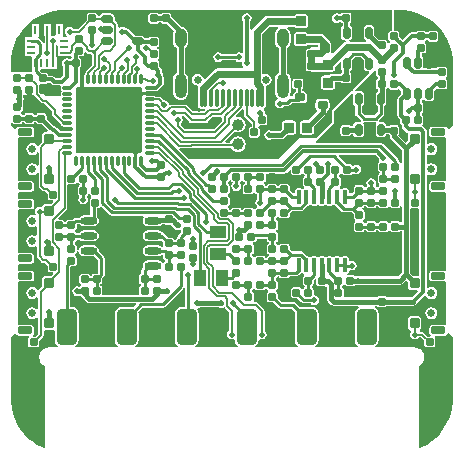
<source format=gtl>
G04*
G04 #@! TF.GenerationSoftware,Altium Limited,Altium Designer,19.1.5 (86)*
G04*
G04 Layer_Physical_Order=1*
G04 Layer_Color=255*
%FSLAX25Y25*%
%MOIN*%
G70*
G01*
G75*
%ADD14C,0.01500*%
%ADD15C,0.00600*%
%ADD17C,0.01000*%
G04:AMPARAMS|DCode=21|XSize=7.87mil|YSize=20.67mil|CornerRadius=1.97mil|HoleSize=0mil|Usage=FLASHONLY|Rotation=90.000|XOffset=0mil|YOffset=0mil|HoleType=Round|Shape=RoundedRectangle|*
%AMROUNDEDRECTD21*
21,1,0.00787,0.01673,0,0,90.0*
21,1,0.00394,0.02067,0,0,90.0*
1,1,0.00394,0.00837,0.00197*
1,1,0.00394,0.00837,-0.00197*
1,1,0.00394,-0.00837,-0.00197*
1,1,0.00394,-0.00837,0.00197*
%
%ADD21ROUNDEDRECTD21*%
G04:AMPARAMS|DCode=22|XSize=15.75mil|YSize=20.67mil|CornerRadius=3.94mil|HoleSize=0mil|Usage=FLASHONLY|Rotation=90.000|XOffset=0mil|YOffset=0mil|HoleType=Round|Shape=RoundedRectangle|*
%AMROUNDEDRECTD22*
21,1,0.01575,0.01280,0,0,90.0*
21,1,0.00787,0.02067,0,0,90.0*
1,1,0.00787,0.00640,0.00394*
1,1,0.00787,0.00640,-0.00394*
1,1,0.00787,-0.00640,-0.00394*
1,1,0.00787,-0.00640,0.00394*
%
%ADD22ROUNDEDRECTD22*%
G04:AMPARAMS|DCode=23|XSize=35.43mil|YSize=31.5mil|CornerRadius=3.94mil|HoleSize=0mil|Usage=FLASHONLY|Rotation=90.000|XOffset=0mil|YOffset=0mil|HoleType=Round|Shape=RoundedRectangle|*
%AMROUNDEDRECTD23*
21,1,0.03543,0.02362,0,0,90.0*
21,1,0.02756,0.03150,0,0,90.0*
1,1,0.00787,0.01181,0.01378*
1,1,0.00787,0.01181,-0.01378*
1,1,0.00787,-0.01181,-0.01378*
1,1,0.00787,-0.01181,0.01378*
%
%ADD23ROUNDEDRECTD23*%
G04:AMPARAMS|DCode=24|XSize=35mil|YSize=35mil|CornerRadius=4.38mil|HoleSize=0mil|Usage=FLASHONLY|Rotation=270.000|XOffset=0mil|YOffset=0mil|HoleType=Round|Shape=RoundedRectangle|*
%AMROUNDEDRECTD24*
21,1,0.03500,0.02625,0,0,270.0*
21,1,0.02625,0.03500,0,0,270.0*
1,1,0.00875,-0.01313,-0.01313*
1,1,0.00875,-0.01313,0.01313*
1,1,0.00875,0.01313,0.01313*
1,1,0.00875,0.01313,-0.01313*
%
%ADD24ROUNDEDRECTD24*%
G04:AMPARAMS|DCode=25|XSize=27.56mil|YSize=35.43mil|CornerRadius=6.89mil|HoleSize=0mil|Usage=FLASHONLY|Rotation=90.000|XOffset=0mil|YOffset=0mil|HoleType=Round|Shape=RoundedRectangle|*
%AMROUNDEDRECTD25*
21,1,0.02756,0.02165,0,0,90.0*
21,1,0.01378,0.03543,0,0,90.0*
1,1,0.01378,0.01083,0.00689*
1,1,0.01378,0.01083,-0.00689*
1,1,0.01378,-0.01083,-0.00689*
1,1,0.01378,-0.01083,0.00689*
%
%ADD25ROUNDEDRECTD25*%
G04:AMPARAMS|DCode=26|XSize=35mil|YSize=35mil|CornerRadius=4.38mil|HoleSize=0mil|Usage=FLASHONLY|Rotation=180.000|XOffset=0mil|YOffset=0mil|HoleType=Round|Shape=RoundedRectangle|*
%AMROUNDEDRECTD26*
21,1,0.03500,0.02625,0,0,180.0*
21,1,0.02625,0.03500,0,0,180.0*
1,1,0.00875,-0.01313,0.01313*
1,1,0.00875,0.01313,0.01313*
1,1,0.00875,0.01313,-0.01313*
1,1,0.00875,-0.01313,-0.01313*
%
%ADD26ROUNDEDRECTD26*%
%ADD27O,0.01417X0.04961*%
%ADD28O,0.05709X0.02362*%
G04:AMPARAMS|DCode=29|XSize=23.62mil|YSize=39.37mil|CornerRadius=5.91mil|HoleSize=0mil|Usage=FLASHONLY|Rotation=90.000|XOffset=0mil|YOffset=0mil|HoleType=Round|Shape=RoundedRectangle|*
%AMROUNDEDRECTD29*
21,1,0.02362,0.02756,0,0,90.0*
21,1,0.01181,0.03937,0,0,90.0*
1,1,0.01181,0.01378,0.00591*
1,1,0.01181,0.01378,-0.00591*
1,1,0.01181,-0.01378,-0.00591*
1,1,0.01181,-0.01378,0.00591*
%
%ADD29ROUNDEDRECTD29*%
%ADD30R,0.02756X0.01102*%
%ADD31R,0.01102X0.02756*%
G04:AMPARAMS|DCode=32|XSize=23.62mil|YSize=39.37mil|CornerRadius=5.91mil|HoleSize=0mil|Usage=FLASHONLY|Rotation=180.000|XOffset=0mil|YOffset=0mil|HoleType=Round|Shape=RoundedRectangle|*
%AMROUNDEDRECTD32*
21,1,0.02362,0.02756,0,0,180.0*
21,1,0.01181,0.03937,0,0,180.0*
1,1,0.01181,-0.00591,0.01378*
1,1,0.01181,0.00591,0.01378*
1,1,0.01181,0.00591,-0.01378*
1,1,0.01181,-0.00591,-0.01378*
%
%ADD32ROUNDEDRECTD32*%
G04:AMPARAMS|DCode=33|XSize=59.06mil|YSize=11.81mil|CornerRadius=2.95mil|HoleSize=0mil|Usage=FLASHONLY|Rotation=270.000|XOffset=0mil|YOffset=0mil|HoleType=Round|Shape=RoundedRectangle|*
%AMROUNDEDRECTD33*
21,1,0.05906,0.00591,0,0,270.0*
21,1,0.05315,0.01181,0,0,270.0*
1,1,0.00591,-0.00295,-0.02657*
1,1,0.00591,-0.00295,0.02657*
1,1,0.00591,0.00295,0.02657*
1,1,0.00591,0.00295,-0.02657*
%
%ADD33ROUNDEDRECTD33*%
G04:AMPARAMS|DCode=34|XSize=66.93mil|YSize=122.05mil|CornerRadius=16.73mil|HoleSize=0mil|Usage=FLASHONLY|Rotation=180.000|XOffset=0mil|YOffset=0mil|HoleType=Round|Shape=RoundedRectangle|*
%AMROUNDEDRECTD34*
21,1,0.06693,0.08858,0,0,180.0*
21,1,0.03347,0.12205,0,0,180.0*
1,1,0.03346,-0.01673,0.04429*
1,1,0.03346,0.01673,0.04429*
1,1,0.03346,0.01673,-0.04429*
1,1,0.03346,-0.01673,-0.04429*
%
%ADD34ROUNDEDRECTD34*%
G04:AMPARAMS|DCode=35|XSize=47.24mil|YSize=23.62mil|CornerRadius=2.95mil|HoleSize=0mil|Usage=FLASHONLY|Rotation=180.000|XOffset=0mil|YOffset=0mil|HoleType=Round|Shape=RoundedRectangle|*
%AMROUNDEDRECTD35*
21,1,0.04724,0.01772,0,0,180.0*
21,1,0.04134,0.02362,0,0,180.0*
1,1,0.00591,-0.02067,0.00886*
1,1,0.00591,0.02067,0.00886*
1,1,0.00591,0.02067,-0.00886*
1,1,0.00591,-0.02067,-0.00886*
%
%ADD35ROUNDEDRECTD35*%
G04:AMPARAMS|DCode=36|XSize=31.5mil|YSize=35.43mil|CornerRadius=3.94mil|HoleSize=0mil|Usage=FLASHONLY|Rotation=180.000|XOffset=0mil|YOffset=0mil|HoleType=Round|Shape=RoundedRectangle|*
%AMROUNDEDRECTD36*
21,1,0.03150,0.02756,0,0,180.0*
21,1,0.02362,0.03543,0,0,180.0*
1,1,0.00787,-0.01181,0.01378*
1,1,0.00787,0.01181,0.01378*
1,1,0.00787,0.01181,-0.01378*
1,1,0.00787,-0.01181,-0.01378*
%
%ADD36ROUNDEDRECTD36*%
G04:AMPARAMS|DCode=37|XSize=23.62mil|YSize=23.62mil|CornerRadius=2.36mil|HoleSize=0mil|Usage=FLASHONLY|Rotation=270.000|XOffset=0mil|YOffset=0mil|HoleType=Round|Shape=RoundedRectangle|*
%AMROUNDEDRECTD37*
21,1,0.02362,0.01890,0,0,270.0*
21,1,0.01890,0.02362,0,0,270.0*
1,1,0.00472,-0.00945,-0.00945*
1,1,0.00472,-0.00945,0.00945*
1,1,0.00472,0.00945,0.00945*
1,1,0.00472,0.00945,-0.00945*
%
%ADD37ROUNDEDRECTD37*%
G04:AMPARAMS|DCode=38|XSize=42.5mil|YSize=55mil|CornerRadius=4.25mil|HoleSize=0mil|Usage=FLASHONLY|Rotation=180.000|XOffset=0mil|YOffset=0mil|HoleType=Round|Shape=RoundedRectangle|*
%AMROUNDEDRECTD38*
21,1,0.04250,0.04650,0,0,180.0*
21,1,0.03400,0.05500,0,0,180.0*
1,1,0.00850,-0.01700,0.02325*
1,1,0.00850,0.01700,0.02325*
1,1,0.00850,0.01700,-0.02325*
1,1,0.00850,-0.01700,-0.02325*
%
%ADD38ROUNDEDRECTD38*%
G04:AMPARAMS|DCode=39|XSize=31.5mil|YSize=11.81mil|CornerRadius=2.95mil|HoleSize=0mil|Usage=FLASHONLY|Rotation=0.000|XOffset=0mil|YOffset=0mil|HoleType=Round|Shape=RoundedRectangle|*
%AMROUNDEDRECTD39*
21,1,0.03150,0.00591,0,0,0.0*
21,1,0.02559,0.01181,0,0,0.0*
1,1,0.00591,0.01280,-0.00295*
1,1,0.00591,-0.01280,-0.00295*
1,1,0.00591,-0.01280,0.00295*
1,1,0.00591,0.01280,0.00295*
%
%ADD39ROUNDEDRECTD39*%
G04:AMPARAMS|DCode=40|XSize=31.5mil|YSize=11.81mil|CornerRadius=2.95mil|HoleSize=0mil|Usage=FLASHONLY|Rotation=90.000|XOffset=0mil|YOffset=0mil|HoleType=Round|Shape=RoundedRectangle|*
%AMROUNDEDRECTD40*
21,1,0.03150,0.00591,0,0,90.0*
21,1,0.02559,0.01181,0,0,90.0*
1,1,0.00591,0.00295,0.01280*
1,1,0.00591,0.00295,-0.01280*
1,1,0.00591,-0.00295,-0.01280*
1,1,0.00591,-0.00295,0.01280*
%
%ADD40ROUNDEDRECTD40*%
G04:AMPARAMS|DCode=41|XSize=23.62mil|YSize=23.62mil|CornerRadius=2.36mil|HoleSize=0mil|Usage=FLASHONLY|Rotation=180.000|XOffset=0mil|YOffset=0mil|HoleType=Round|Shape=RoundedRectangle|*
%AMROUNDEDRECTD41*
21,1,0.02362,0.01890,0,0,180.0*
21,1,0.01890,0.02362,0,0,180.0*
1,1,0.00472,-0.00945,0.00945*
1,1,0.00472,0.00945,0.00945*
1,1,0.00472,0.00945,-0.00945*
1,1,0.00472,-0.00945,-0.00945*
%
%ADD41ROUNDEDRECTD41*%
G04:AMPARAMS|DCode=42|XSize=42.5mil|YSize=55mil|CornerRadius=4.25mil|HoleSize=0mil|Usage=FLASHONLY|Rotation=270.000|XOffset=0mil|YOffset=0mil|HoleType=Round|Shape=RoundedRectangle|*
%AMROUNDEDRECTD42*
21,1,0.04250,0.04650,0,0,270.0*
21,1,0.03400,0.05500,0,0,270.0*
1,1,0.00850,-0.02325,-0.01700*
1,1,0.00850,-0.02325,0.01700*
1,1,0.00850,0.02325,0.01700*
1,1,0.00850,0.02325,-0.01700*
%
%ADD42ROUNDEDRECTD42*%
%ADD43C,0.03937*%
G04:AMPARAMS|DCode=71|XSize=220.47mil|YSize=220.47mil|CornerRadius=5.51mil|HoleSize=0mil|Usage=FLASHONLY|Rotation=0.000|XOffset=0mil|YOffset=0mil|HoleType=Round|Shape=RoundedRectangle|*
%AMROUNDEDRECTD71*
21,1,0.22047,0.20945,0,0,0.0*
21,1,0.20945,0.22047,0,0,0.0*
1,1,0.01102,0.10472,-0.10472*
1,1,0.01102,-0.10472,-0.10472*
1,1,0.01102,-0.10472,0.10472*
1,1,0.01102,0.10472,0.10472*
%
%ADD71ROUNDEDRECTD71*%
%ADD72C,0.01200*%
%ADD73C,0.02400*%
%ADD74C,0.01300*%
%ADD75C,0.00900*%
%ADD76O,0.03937X0.06299*%
%ADD77O,0.03937X0.08268*%
%ADD78C,0.02559*%
%ADD79C,0.02362*%
%ADD80C,0.01968*%
G36*
X59552Y73282D02*
X61760Y72691D01*
X63872Y71816D01*
X65852Y70673D01*
X67665Y69282D01*
X69282Y67665D01*
X70673Y65852D01*
X71816Y63872D01*
X72691Y61760D01*
X73282Y59552D01*
X73580Y57285D01*
X73580Y56142D01*
X73580Y56142D01*
X73580Y56142D01*
X73580Y35310D01*
X72328Y34059D01*
X71786Y34223D01*
X71772Y34290D01*
X71575Y34586D01*
X71278Y34784D01*
X70929Y34854D01*
X66795D01*
X66446Y34784D01*
X66150Y34586D01*
X65952Y34290D01*
X65882Y33941D01*
Y32169D01*
X65952Y31820D01*
X66150Y31524D01*
X66446Y31326D01*
X66795Y31256D01*
X70929D01*
X71276Y30971D01*
Y17029D01*
X70929Y16744D01*
X66795D01*
X66446Y16674D01*
X66150Y16476D01*
X65952Y16180D01*
X65882Y15831D01*
Y14059D01*
X65952Y13710D01*
X66150Y13414D01*
X66446Y13216D01*
X66795Y13146D01*
X70929D01*
X71276Y12861D01*
Y-12861D01*
X70929Y-13146D01*
X66795D01*
X66446Y-13216D01*
X66150Y-13414D01*
X65952Y-13710D01*
X65882Y-14059D01*
Y-15831D01*
X65952Y-16180D01*
X66150Y-16476D01*
X66446Y-16674D01*
X66795Y-16744D01*
X70929D01*
X71276Y-17029D01*
Y-30971D01*
X70929Y-31256D01*
X66795D01*
X66446Y-31326D01*
X66150Y-31524D01*
X65952Y-31820D01*
X65882Y-32169D01*
Y-33941D01*
X65952Y-34290D01*
X66150Y-34586D01*
X66324Y-34703D01*
X66181Y-35203D01*
X65532D01*
X64180Y-33851D01*
X63883Y-33652D01*
X63532Y-33582D01*
X62809D01*
X62718Y-33455D01*
X62714Y-33442D01*
X62866Y-32800D01*
X62886Y-32787D01*
X63105Y-32459D01*
X63182Y-32071D01*
Y-29315D01*
X63105Y-28927D01*
X62886Y-28598D01*
X62557Y-28379D01*
X62169Y-28302D01*
X59807D01*
X59419Y-28379D01*
X59091Y-28598D01*
X58871Y-28927D01*
X58794Y-29315D01*
Y-32071D01*
X58871Y-32459D01*
X59091Y-32787D01*
X59419Y-33007D01*
X59521Y-33027D01*
X59714Y-33574D01*
X59508Y-33882D01*
X59385Y-34500D01*
X59508Y-35118D01*
X59858Y-35642D01*
X60382Y-35992D01*
X61000Y-36115D01*
X61618Y-35992D01*
X62142Y-35642D01*
X62292Y-35418D01*
X63151D01*
X64234Y-36500D01*
Y-37945D01*
X64299Y-38271D01*
X64484Y-38548D01*
X64760Y-38733D01*
X65087Y-38798D01*
X66976D01*
X67303Y-38733D01*
X67579Y-38548D01*
X67764Y-38271D01*
X67829Y-37945D01*
Y-36055D01*
X67764Y-35729D01*
X67579Y-35452D01*
X67432Y-35354D01*
X67584Y-34854D01*
X70929D01*
X71278Y-34784D01*
X71575Y-34586D01*
X71772Y-34290D01*
X71786Y-34223D01*
X72328Y-34059D01*
X73580Y-35310D01*
Y-56142D01*
X73580Y-56142D01*
X73580Y-56142D01*
X73580Y-57092D01*
X73374Y-58981D01*
X72964Y-60836D01*
X72355Y-62636D01*
X71553Y-64359D01*
X70570Y-65984D01*
X69415Y-67493D01*
X68104Y-68868D01*
X66651Y-70092D01*
X65073Y-71151D01*
X63390Y-72032D01*
X62660Y-72318D01*
X62247Y-72036D01*
X62247Y-44876D01*
X62586Y-44736D01*
X62982Y-44470D01*
X62982Y-44470D01*
X63525Y-43927D01*
X63791Y-43530D01*
X64085Y-42821D01*
X64178Y-42353D01*
Y-41585D01*
X64085Y-41116D01*
X63791Y-40407D01*
X63525Y-40010D01*
X63525Y-40010D01*
X62982Y-39467D01*
X62585Y-39201D01*
X61876Y-38908D01*
X61700Y-38872D01*
X61528Y-38820D01*
X61144Y-38782D01*
X61083Y-38788D01*
X61024Y-38776D01*
X48046D01*
X47894Y-38276D01*
X48312Y-37997D01*
X48815Y-37245D01*
X48991Y-36358D01*
Y-27500D01*
X48815Y-26613D01*
X48312Y-25861D01*
X47587Y-25376D01*
X47581Y-25339D01*
X47798Y-24876D01*
X48359D01*
X48452Y-25016D01*
X48729Y-25201D01*
X49055Y-25266D01*
X50945D01*
X51271Y-25201D01*
X51548Y-25016D01*
X51641Y-24876D01*
X60500D01*
X61027Y-24772D01*
X61473Y-24473D01*
X61764Y-24039D01*
X64201Y-21601D01*
X64816Y-21693D01*
X65074Y-22080D01*
X65728Y-22517D01*
X66500Y-22670D01*
X67272Y-22517D01*
X67926Y-22080D01*
X68363Y-21425D01*
X68517Y-20653D01*
X68363Y-19882D01*
X67926Y-19228D01*
X67272Y-18790D01*
X66500Y-18637D01*
X65728Y-18790D01*
X65529Y-18924D01*
X65087Y-18688D01*
Y18688D01*
X65529Y18924D01*
X65728Y18790D01*
X66500Y18637D01*
X67272Y18790D01*
X67926Y19228D01*
X68363Y19882D01*
X68517Y20653D01*
X68363Y21425D01*
X67926Y22080D01*
X67272Y22517D01*
X66500Y22670D01*
X65728Y22517D01*
X65529Y22383D01*
X65087Y22619D01*
Y25381D01*
X65529Y25617D01*
X65728Y25483D01*
X66500Y25330D01*
X67272Y25483D01*
X67926Y25920D01*
X68363Y26575D01*
X68517Y27347D01*
X68363Y28118D01*
X67926Y28773D01*
X67272Y29210D01*
X66500Y29363D01*
X65728Y29210D01*
X65529Y29076D01*
X65087Y29312D01*
Y33187D01*
X64991Y33675D01*
X64714Y34088D01*
X63901Y34901D01*
X63746Y35005D01*
X63554Y35379D01*
X63637Y35633D01*
X63701Y35729D01*
X63766Y36055D01*
Y37945D01*
X63701Y38271D01*
X63516Y38548D01*
X63275Y38709D01*
Y39262D01*
X63303Y39267D01*
X63579Y39452D01*
X63764Y39729D01*
X63829Y40055D01*
Y41945D01*
X63764Y42271D01*
X63579Y42548D01*
X63303Y42733D01*
X63290Y42735D01*
Y43500D01*
X63449Y43606D01*
X63592Y43821D01*
X63594Y43821D01*
X64147D01*
X64148Y43821D01*
X64291Y43606D01*
X64685Y43343D01*
X65150Y43251D01*
X66331D01*
X66795Y43343D01*
X67189Y43606D01*
X67452Y44000D01*
X67545Y44465D01*
Y46632D01*
X68430Y47517D01*
X68452Y47515D01*
X68729Y47330D01*
X69055Y47265D01*
X70945D01*
X71271Y47330D01*
X71548Y47515D01*
X71733Y47792D01*
X71798Y48118D01*
Y50008D01*
X71733Y50334D01*
X71548Y50611D01*
X71315Y50766D01*
X71291Y51032D01*
X71315Y51297D01*
X71548Y51452D01*
X71733Y51729D01*
X71798Y52055D01*
Y53945D01*
X71733Y54271D01*
X71548Y54548D01*
X71271Y54733D01*
X70945Y54798D01*
X69055D01*
X68729Y54733D01*
X68452Y54548D01*
X68267Y54271D01*
X68256Y54214D01*
X64200D01*
X63791Y54713D01*
X63804Y54779D01*
Y57535D01*
X63712Y58000D01*
X63449Y58394D01*
X63275Y58510D01*
Y59234D01*
X63945D01*
X64271Y59299D01*
X64548Y59484D01*
X64733Y59760D01*
X64798Y60087D01*
Y61976D01*
X64733Y62303D01*
X64548Y62579D01*
X64315Y62735D01*
X64291Y63000D01*
X64315Y63265D01*
X64548Y63421D01*
X64730Y63694D01*
X65270D01*
X65452Y63421D01*
X65729Y63236D01*
X66055Y63171D01*
X67945D01*
X68271Y63236D01*
X68548Y63421D01*
X68733Y63697D01*
X68797Y64024D01*
Y65913D01*
X68733Y66240D01*
X68548Y66516D01*
X68271Y66701D01*
X67945Y66766D01*
X66055D01*
X65729Y66701D01*
X65452Y66516D01*
X65270Y66243D01*
X64730D01*
X64548Y66516D01*
X64271Y66701D01*
X63945Y66766D01*
X62055D01*
X61729Y66701D01*
X61452Y66516D01*
X61270Y66243D01*
X59969D01*
X59481Y66146D01*
X59067Y65870D01*
X57011Y63814D01*
X56413Y64412D01*
X56344Y64459D01*
X55797Y65005D01*
Y65913D01*
X55733Y66240D01*
X55548Y66516D01*
X55271Y66701D01*
X54945Y66766D01*
X54000D01*
Y73580D01*
X56142D01*
X56142Y73580D01*
X56142Y73580D01*
X57285Y73580D01*
X59552Y73282D01*
D02*
G37*
G36*
X-56142Y73580D02*
X-56142Y73580D01*
X-56142Y73580D01*
X53351Y73580D01*
Y66766D01*
X53055D01*
X52729Y66701D01*
X52452Y66516D01*
X52267Y66240D01*
X52202Y65913D01*
Y64024D01*
X52267Y63697D01*
X52452Y63421D01*
X52685Y63265D01*
X52709Y63000D01*
X52685Y62735D01*
X52452Y62579D01*
X51880Y62617D01*
X51797Y62676D01*
Y62976D01*
X51733Y63303D01*
X51548Y63579D01*
X51271Y63764D01*
X50945Y63829D01*
X49228D01*
X47545Y65512D01*
Y67535D01*
X47452Y68000D01*
X47189Y68394D01*
X46795Y68657D01*
X46331Y68749D01*
X45150D01*
X44685Y68657D01*
X44291Y68394D01*
X44028Y68000D01*
X43936Y67535D01*
Y64780D01*
X44028Y64315D01*
X44291Y63921D01*
X44685Y63658D01*
X44800Y63635D01*
X44750Y63135D01*
X39250D01*
X39200Y63635D01*
X39315Y63658D01*
X39709Y63921D01*
X39972Y64315D01*
X40064Y64780D01*
Y67535D01*
X39972Y68000D01*
X39709Y68394D01*
X39369Y68621D01*
Y69312D01*
X39579Y69452D01*
X39764Y69729D01*
X39829Y70055D01*
Y71945D01*
X39764Y72271D01*
X39579Y72548D01*
X39303Y72733D01*
X38976Y72798D01*
X37087D01*
X36760Y72733D01*
X36484Y72548D01*
X36299Y72271D01*
X35808Y72365D01*
X35618Y72492D01*
X35000Y72615D01*
X34382Y72492D01*
X33858Y72142D01*
X33508Y71618D01*
X33385Y71000D01*
X33508Y70382D01*
X33858Y69858D01*
X34382Y69508D01*
X35000Y69385D01*
X35618Y69508D01*
X35808Y69634D01*
X36299Y69729D01*
X36484Y69452D01*
X36760Y69267D01*
X36922Y69235D01*
Y68468D01*
X36811Y68394D01*
X36548Y68000D01*
X36455Y67535D01*
Y64780D01*
X36548Y64315D01*
X36811Y63921D01*
X37205Y63658D01*
X37669Y63566D01*
X37901D01*
X37950Y63066D01*
X37598Y62996D01*
X37002Y62598D01*
X33631Y59226D01*
X33170Y59473D01*
X33194Y59595D01*
Y62350D01*
X33117Y62738D01*
X32897Y63067D01*
X32696Y63202D01*
X32696Y63202D01*
X32298Y63798D01*
X30798Y65298D01*
X30202Y65696D01*
X29500Y65835D01*
X25211D01*
X25060Y66061D01*
X24717Y66290D01*
X24313Y66370D01*
X21688D01*
X21283Y66290D01*
X20940Y66061D01*
X20710Y65717D01*
X20630Y65312D01*
Y62687D01*
X20710Y62283D01*
X20940Y61940D01*
X21283Y61710D01*
X21688Y61630D01*
X24313D01*
X24717Y61710D01*
X25060Y61940D01*
X25211Y62165D01*
X28740D01*
X28806Y62099D01*
Y61266D01*
X26900D01*
X26197Y61127D01*
X25705Y60798D01*
X25524D01*
X25197Y60733D01*
X24921Y60548D01*
X24736Y60271D01*
X24671Y59945D01*
Y59190D01*
X24633Y59000D01*
Y55000D01*
X24671Y54810D01*
Y54055D01*
X24736Y53729D01*
X24921Y53452D01*
X25197Y53267D01*
X25524Y53202D01*
X26279D01*
X26469Y53165D01*
X30511D01*
X30687Y53130D01*
X33312D01*
X33717Y53210D01*
X34060Y53439D01*
X34290Y53783D01*
X34370Y54188D01*
Y54775D01*
X35993Y56398D01*
X36455Y56207D01*
Y54465D01*
X36548Y54000D01*
X36769Y53669D01*
Y52734D01*
X36760Y52733D01*
X36484Y52548D01*
X36369Y52376D01*
X33500D01*
X32973Y52272D01*
X32527Y51973D01*
X32424Y51870D01*
X30687D01*
X30283Y51790D01*
X29939Y51561D01*
X29710Y51217D01*
X29630Y50813D01*
Y48188D01*
X29710Y47783D01*
X29939Y47440D01*
X30283Y47210D01*
X30687Y47130D01*
X33312D01*
X33717Y47210D01*
X34060Y47440D01*
X34290Y47783D01*
X34370Y48188D01*
Y49624D01*
X36369D01*
X36484Y49452D01*
X36760Y49267D01*
X37087Y49202D01*
X38976D01*
X39303Y49267D01*
X39579Y49452D01*
X39764Y49729D01*
X39829Y50055D01*
Y51945D01*
X39764Y52271D01*
X39579Y52548D01*
X39522Y52586D01*
Y53482D01*
X39709Y53606D01*
X39972Y54000D01*
X40064Y54465D01*
Y56978D01*
X40965Y57878D01*
X43035D01*
X43936Y56978D01*
Y54465D01*
X44028Y54000D01*
X44291Y53606D01*
X44685Y53343D01*
X45150Y53251D01*
X45625D01*
X45832Y52751D01*
X43186Y50104D01*
X43161Y50043D01*
X43105Y50006D01*
X43048Y49920D01*
X42963Y49863D01*
X42926Y49808D01*
X42864Y49782D01*
X40698Y47616D01*
X40637Y47469D01*
X40536Y47346D01*
X40545Y47248D01*
X40508Y47157D01*
X40546Y47065D01*
X40486Y46927D01*
X40278Y46719D01*
X40139Y46659D01*
X40047Y46697D01*
X39957Y46659D01*
X39859Y46669D01*
X39736Y46568D01*
X39588Y46507D01*
X33541Y40459D01*
X33351Y40000D01*
X33351Y36269D01*
X28082Y31000D01*
X22500D01*
X15500Y24000D01*
X-14414Y24000D01*
X-17496Y27082D01*
X-17289Y27582D01*
X-13500D01*
X-13152Y27652D01*
X-203D01*
X168Y27168D01*
X705Y26756D01*
X1330Y26498D01*
X2000Y26409D01*
X2671Y26498D01*
X3295Y26756D01*
X3832Y27168D01*
X4244Y27705D01*
X4502Y28330D01*
X4591Y29000D01*
X4502Y29671D01*
X4244Y30295D01*
X3832Y30832D01*
X3295Y31244D01*
X2671Y31502D01*
X2000Y31591D01*
X1330Y31502D01*
X705Y31244D01*
X168Y30832D01*
X-244Y30295D01*
X-502Y29671D01*
X-527Y29487D01*
X-2062D01*
X-2253Y29949D01*
X952Y33154D01*
X1330Y32998D01*
X2000Y32909D01*
X2671Y32998D01*
X3295Y33256D01*
X3832Y33668D01*
X4244Y34205D01*
X4502Y34830D01*
X4591Y35500D01*
X4502Y36171D01*
X4244Y36795D01*
X3832Y37332D01*
X3295Y37744D01*
X2671Y38002D01*
X2000Y38091D01*
X1534Y38029D01*
X1301Y38503D01*
X3504Y40706D01*
X3888Y40599D01*
X4004Y40517D01*
Y38803D01*
X4073Y38452D01*
X4272Y38154D01*
X6582Y35844D01*
Y34766D01*
X6555D01*
X6229Y34701D01*
X5952Y34516D01*
X5767Y34240D01*
X5703Y33913D01*
Y32024D01*
X5767Y31697D01*
X5952Y31421D01*
X6229Y31236D01*
X6555Y31171D01*
X8445D01*
X8771Y31236D01*
X9048Y31421D01*
X9233Y31697D01*
X9297Y32024D01*
Y33913D01*
X9233Y34240D01*
X9048Y34516D01*
X8876Y34631D01*
X8861Y34738D01*
X8929Y34878D01*
X9248Y35203D01*
X10976D01*
X11303Y35267D01*
X11579Y35452D01*
X11764Y35729D01*
X11829Y36055D01*
Y37945D01*
X11764Y38271D01*
X11579Y38548D01*
X11303Y38733D01*
X11073Y39288D01*
X11115Y39500D01*
X10992Y40118D01*
X10783Y40431D01*
X10716Y40762D01*
X10905Y41068D01*
X10980Y41118D01*
X11178Y41414D01*
X11248Y41764D01*
Y46085D01*
X11265Y46174D01*
Y48077D01*
X11257Y48121D01*
X11666Y48625D01*
X12111Y48714D01*
X12733Y49129D01*
X13148Y49751D01*
X13294Y50484D01*
X13148Y51218D01*
X12733Y51839D01*
X12111Y52255D01*
X11378Y52401D01*
X10645Y52255D01*
X10575Y52208D01*
X10279Y52366D01*
X10134Y52515D01*
Y65538D01*
X12760Y68165D01*
X15445D01*
X15704Y67718D01*
X15701Y67665D01*
X15196Y67277D01*
X14784Y66740D01*
X14525Y66115D01*
X14437Y65445D01*
Y63083D01*
X14525Y62412D01*
X14784Y61787D01*
X15196Y61251D01*
X15651Y60901D01*
Y52862D01*
X15196Y52513D01*
X14784Y51976D01*
X14525Y51352D01*
X14437Y50681D01*
Y46350D01*
X14525Y45680D01*
X14784Y45055D01*
X15196Y44519D01*
X15262Y44468D01*
X15283Y44386D01*
X15210Y43877D01*
X14858Y43642D01*
X14508Y43118D01*
X14385Y42500D01*
X14508Y41882D01*
X14858Y41358D01*
X15382Y41008D01*
X16000Y40885D01*
X16618Y41008D01*
X17142Y41358D01*
X17280Y41564D01*
X18447D01*
X18447Y41564D01*
X18877Y41649D01*
X19240Y41892D01*
X20024Y42676D01*
X21144D01*
X21174Y42656D01*
X21677Y42556D01*
X23843D01*
X24345Y42656D01*
X24772Y42941D01*
X25057Y43367D01*
X25157Y43870D01*
Y45248D01*
X25057Y45751D01*
X24772Y46177D01*
X24345Y46462D01*
X23843Y46562D01*
X23517D01*
Y47411D01*
X23579Y47452D01*
X23764Y47729D01*
X23829Y48055D01*
Y49945D01*
X23764Y50271D01*
X23579Y50548D01*
X23303Y50733D01*
X22976Y50797D01*
X21087D01*
X20760Y50733D01*
X20484Y50548D01*
X20299Y50271D01*
X20234Y49945D01*
Y48055D01*
X20299Y47729D01*
X20484Y47452D01*
X20760Y47267D01*
X21087Y47203D01*
X21274D01*
Y46482D01*
X21174Y46462D01*
X20748Y46177D01*
X20463Y45751D01*
X20363Y45248D01*
Y44919D01*
X19756D01*
X19449Y45284D01*
X19414Y45400D01*
X19530Y45680D01*
X19618Y46350D01*
Y50681D01*
X19530Y51352D01*
X19271Y51976D01*
X18859Y52513D01*
X18404Y52862D01*
Y60901D01*
X18859Y61251D01*
X19271Y61787D01*
X19530Y62412D01*
X19618Y63083D01*
Y65445D01*
X19530Y66115D01*
X19271Y66740D01*
X18859Y67277D01*
X18354Y67665D01*
X18351Y67718D01*
X18610Y68165D01*
X20789D01*
X20940Y67940D01*
X21283Y67710D01*
X21688Y67630D01*
X24313D01*
X24717Y67710D01*
X25060Y67940D01*
X25290Y68283D01*
X25370Y68687D01*
Y71312D01*
X25290Y71717D01*
X25060Y72061D01*
X24717Y72290D01*
X24313Y72370D01*
X21688D01*
X21283Y72290D01*
X20940Y72061D01*
X20789Y71835D01*
X12000D01*
X11298Y71696D01*
X10702Y71298D01*
X7001Y67596D01*
X6724Y67181D01*
X6224Y67333D01*
Y69980D01*
X6492Y70382D01*
X6615Y71000D01*
X6492Y71618D01*
X6142Y72142D01*
X5618Y72492D01*
X5000Y72615D01*
X4382Y72492D01*
X3858Y72142D01*
X3508Y71618D01*
X3385Y71000D01*
X3508Y70382D01*
X3777Y69980D01*
Y59654D01*
X3277Y59386D01*
X3118Y59492D01*
X2500Y59615D01*
X1882Y59492D01*
X1358Y59142D01*
X1344Y59122D01*
X-3344D01*
X-3358Y59142D01*
X-3882Y59492D01*
X-4500Y59615D01*
X-5118Y59492D01*
X-5642Y59142D01*
X-5992Y58618D01*
X-6115Y58000D01*
X-5992Y57382D01*
X-5642Y56858D01*
X-5118Y56508D01*
X-4500Y56385D01*
X-3882Y56508D01*
X-3358Y56858D01*
X-3344Y56878D01*
X1344D01*
X1358Y56858D01*
X1882Y56508D01*
X2500Y56385D01*
X2970Y56478D01*
X3317Y56222D01*
X3404Y56097D01*
X3385Y56000D01*
X3508Y55382D01*
X3858Y54858D01*
X3892Y54835D01*
X3740Y54335D01*
X-4727D01*
X-5429Y54196D01*
X-6025Y53798D01*
X-9016Y50806D01*
X-9558Y50971D01*
X-9607Y51218D01*
X-10023Y51839D01*
X-10645Y52255D01*
X-11378Y52401D01*
X-12111Y52255D01*
X-12733Y51839D01*
X-13148Y51218D01*
X-13294Y50484D01*
X-13148Y49751D01*
X-12733Y49129D01*
X-12111Y48714D01*
X-11575Y48607D01*
X-11556Y48603D01*
X-11241Y48189D01*
X-11206Y48092D01*
X-11265Y47797D01*
Y46174D01*
X-11248Y46085D01*
Y41764D01*
X-11178Y41414D01*
X-10980Y41118D01*
X-10684Y40920D01*
X-10335Y40851D01*
X-9744D01*
X-9449Y40910D01*
X-9154Y40851D01*
X-8925D01*
X-8718Y40351D01*
X-9123Y39946D01*
X-10311D01*
X-10622Y39884D01*
X-10667Y39855D01*
X-11333D01*
X-11378Y39884D01*
X-11689Y39946D01*
X-12877D01*
X-14799Y41868D01*
X-15097Y42067D01*
X-15448Y42137D01*
X-20366D01*
X-20717Y42067D01*
X-20981Y42486D01*
X-21008Y42618D01*
X-21358Y43142D01*
X-21882Y43492D01*
X-22500Y43615D01*
X-22765Y43563D01*
X-23741Y44539D01*
X-24039Y44738D01*
X-24390Y44807D01*
X-25280D01*
X-25295Y44831D01*
X-25591Y45028D01*
X-25940Y45098D01*
X-28429D01*
X-28598Y45268D01*
X-29583Y45268D01*
X-29976Y44874D01*
X-29976Y26665D01*
X-30665Y25976D01*
X-31157Y25976D01*
X-31551Y25583D01*
Y24598D01*
X-31453Y24500D01*
X-31554Y24000D01*
X-32730D01*
X-32831Y24500D01*
X-32732Y24598D01*
X-32732Y25583D01*
X-33126Y25976D01*
X-51335Y25976D01*
X-52024Y26665D01*
Y34024D01*
Y47335D01*
X-51335Y48024D01*
X-50842Y48024D01*
X-50449Y48417D01*
Y49402D01*
X-50619Y49572D01*
Y49737D01*
X-50603Y49814D01*
Y50780D01*
X-50613Y50827D01*
Y54345D01*
X-50452Y54452D01*
X-50267Y54729D01*
X-50203Y55055D01*
Y56945D01*
X-50267Y57271D01*
X-50452Y57548D01*
X-50729Y57733D01*
X-50776Y57742D01*
Y58234D01*
X-50024D01*
X-49697Y58299D01*
X-49421Y58484D01*
X-49236Y58760D01*
X-49171Y59087D01*
Y59477D01*
X-48671Y59684D01*
X-48343Y59356D01*
X-48045Y59157D01*
X-47694Y59087D01*
X-47077D01*
X-46618Y58628D01*
Y55247D01*
X-48539Y53325D01*
X-48738Y53027D01*
X-48798Y52727D01*
X-48831Y52705D01*
X-49029Y52408D01*
X-49098Y52059D01*
Y49571D01*
X-49268Y49402D01*
X-49268Y48417D01*
X-48874Y48024D01*
X-30665Y48024D01*
X-29976Y47335D01*
X-29976Y46843D01*
X-29583Y46449D01*
X-28598D01*
X-28429Y46619D01*
X-27298D01*
X-27220Y46603D01*
X-25239D01*
X-24770Y46696D01*
X-24374Y46962D01*
X-23094Y48241D01*
X-22829Y48638D01*
X-22736Y49106D01*
Y51251D01*
X-22829Y51719D01*
X-22915Y51848D01*
X-22885Y52000D01*
X-23008Y52618D01*
X-23277Y53021D01*
Y53531D01*
X-23370Y54000D01*
X-23635Y54397D01*
X-24171Y54933D01*
Y55945D01*
X-24236Y56271D01*
X-24421Y56548D01*
X-24697Y56733D01*
X-24760Y56745D01*
Y57255D01*
X-24697Y57267D01*
X-24421Y57452D01*
X-24236Y57729D01*
X-24171Y58055D01*
Y59945D01*
X-24236Y60271D01*
X-24421Y60548D01*
X-24697Y60733D01*
X-24776Y60748D01*
Y61258D01*
X-24729Y61267D01*
X-24452Y61452D01*
X-24267Y61729D01*
X-24203Y62055D01*
Y63945D01*
X-24267Y64271D01*
X-24452Y64548D01*
X-24729Y64733D01*
X-25055Y64798D01*
X-26945D01*
X-27271Y64733D01*
X-27548Y64548D01*
X-27641Y64408D01*
X-28905D01*
X-29106Y64709D01*
X-29500Y64972D01*
X-29965Y65064D01*
X-32204D01*
X-34358Y67218D01*
X-34755Y67483D01*
X-35223Y67576D01*
X-35314D01*
X-35358Y67642D01*
X-35882Y67992D01*
X-36500Y68115D01*
X-37118Y67992D01*
X-37371Y67823D01*
X-37871Y68090D01*
Y68659D01*
X-37941Y69010D01*
X-38140Y69308D01*
X-39066Y70234D01*
Y71331D01*
X-39158Y71795D01*
X-39421Y72189D01*
X-39815Y72452D01*
X-40279Y72545D01*
X-43035D01*
X-43500Y72452D01*
X-43894Y72189D01*
X-44157Y71795D01*
X-44184Y71658D01*
X-44703D01*
Y71913D01*
X-44767Y72240D01*
X-44952Y72516D01*
X-45229Y72701D01*
X-45555Y72766D01*
X-47445D01*
X-47771Y72701D01*
X-48048Y72516D01*
X-48233Y72240D01*
X-48298Y71913D01*
Y70469D01*
X-51349Y67418D01*
X-52708D01*
X-52858Y67642D01*
X-53382Y67992D01*
X-54000Y68115D01*
X-54618Y67992D01*
X-55142Y67642D01*
X-55492Y67118D01*
X-55615Y66500D01*
X-55492Y65882D01*
X-55142Y65358D01*
X-54786Y65120D01*
X-54937Y64620D01*
X-56205D01*
X-56412Y65034D01*
X-56412Y65120D01*
Y68990D01*
X-58714D01*
Y65436D01*
X-59214Y65058D01*
X-59500Y65115D01*
X-59849Y65046D01*
X-60328Y65379D01*
X-60349Y65417D01*
Y68990D01*
X-62651D01*
Y65034D01*
X-62418D01*
Y62746D01*
X-62918Y62697D01*
X-62964Y62929D01*
X-63207Y63293D01*
X-63207Y63293D01*
X-64124Y64210D01*
X-64488Y64454D01*
X-64647Y64485D01*
X-64664Y64534D01*
X-64305Y65034D01*
X-64286D01*
Y68990D01*
X-66588D01*
Y65120D01*
X-66588Y65034D01*
X-66795Y64620D01*
X-68990D01*
Y62317D01*
Y58380D01*
X-66795D01*
X-66588Y57966D01*
Y54010D01*
X-66507D01*
Y53354D01*
X-66507Y53354D01*
X-66798Y53000D01*
X-73580D01*
Y56142D01*
X-73580Y56142D01*
X-73580Y56142D01*
X-73580Y57285D01*
X-73282Y59552D01*
X-72691Y61760D01*
X-71816Y63872D01*
X-70673Y65852D01*
X-69282Y67665D01*
X-67665Y69282D01*
X-65852Y70673D01*
X-63872Y71816D01*
X-61760Y72691D01*
X-59552Y73282D01*
X-57285Y73580D01*
X-56142Y73580D01*
D02*
G37*
G36*
X-57966Y61625D02*
Y58380D01*
X-54010D01*
Y58380D01*
X-53661Y58496D01*
X-53224Y58184D01*
Y57742D01*
X-53271Y57733D01*
X-53548Y57548D01*
X-53733Y57271D01*
X-54215Y57381D01*
X-54382Y57492D01*
X-55000Y57615D01*
X-55618Y57492D01*
X-56142Y57142D01*
X-56492Y56618D01*
X-56615Y56000D01*
X-56492Y55382D01*
X-56223Y54979D01*
Y51918D01*
X-57102Y51039D01*
X-58714D01*
X-59154Y51478D01*
X-59551Y51744D01*
X-60019Y51837D01*
X-61203D01*
Y51913D01*
X-61267Y52240D01*
X-61452Y52516D01*
X-61729Y52701D01*
X-62055Y52766D01*
X-63211D01*
X-63956Y53510D01*
X-63749Y54010D01*
X-58380D01*
Y57966D01*
X-58582D01*
Y61797D01*
X-58466Y61881D01*
X-57966Y61625D01*
D02*
G37*
G36*
X-60086Y48951D02*
X-59689Y48685D01*
X-59221Y48592D01*
X-57377D01*
X-56971Y48122D01*
Y47532D01*
X-56902Y47182D01*
X-56726Y46843D01*
X-56902Y46503D01*
X-56971Y46154D01*
Y45563D01*
X-56959Y45500D01*
X-57315Y45000D01*
X-62000Y45000D01*
X-64164Y47164D01*
Y48550D01*
X-64196Y48711D01*
X-64078Y48927D01*
X-63917Y49106D01*
X-63816Y49171D01*
X-62055D01*
X-61729Y49236D01*
X-61498Y49390D01*
X-60526D01*
X-60086Y48951D01*
D02*
G37*
G36*
X48202Y53495D02*
Y52087D01*
X48267Y51760D01*
X48452Y51484D01*
X48608Y51380D01*
Y50673D01*
X48421Y50548D01*
X48236Y50271D01*
X48171Y49945D01*
Y48055D01*
X48236Y47729D01*
X48421Y47452D01*
X48592Y47338D01*
Y46595D01*
X48291Y46394D01*
X48028Y46000D01*
X47936Y45535D01*
Y42779D01*
X48028Y42315D01*
X48291Y41921D01*
X48619Y41702D01*
Y39705D01*
X47535Y38622D01*
X44465D01*
X43381Y39705D01*
Y41702D01*
X43709Y41921D01*
X43972Y42315D01*
X44064Y42779D01*
Y45535D01*
X43972Y46000D01*
X43709Y46394D01*
X43315Y46657D01*
X42850Y46749D01*
X41669D01*
X41404Y46696D01*
X41157Y47157D01*
X43323Y49323D01*
X43516Y49452D01*
X43645Y49645D01*
X46000Y52000D01*
X47703Y53702D01*
X48202Y53495D01*
D02*
G37*
G36*
X-69233Y36260D02*
X-69048Y35984D01*
X-68771Y35799D01*
X-68445Y35734D01*
X-66555D01*
X-66229Y35799D01*
X-65952Y35984D01*
X-65767Y36260D01*
X-65761Y36292D01*
X-65245D01*
X-65233Y36229D01*
X-65048Y35952D01*
X-64771Y35767D01*
X-64445Y35702D01*
X-63433D01*
X-61276Y33546D01*
X-61468Y33084D01*
X-62169D01*
X-62557Y33007D01*
X-62886Y32787D01*
X-63105Y32459D01*
X-63182Y32071D01*
Y29599D01*
X-64112Y28670D01*
X-64258Y28451D01*
X-64601Y28382D01*
X-64817Y28389D01*
X-65074Y28773D01*
X-65728Y29210D01*
X-66500Y29363D01*
X-67272Y29210D01*
X-67926Y28773D01*
X-68363Y28118D01*
X-68517Y27347D01*
X-68363Y26575D01*
X-67926Y25920D01*
X-67272Y25483D01*
X-66500Y25330D01*
X-65728Y25483D01*
X-65074Y25920D01*
X-64881Y26210D01*
X-64381Y26058D01*
Y21942D01*
X-64881Y21790D01*
X-65074Y22080D01*
X-65728Y22517D01*
X-66500Y22670D01*
X-67272Y22517D01*
X-67926Y22080D01*
X-68363Y21425D01*
X-68517Y20653D01*
X-68363Y19882D01*
X-67926Y19228D01*
X-67272Y18790D01*
X-66500Y18637D01*
X-65728Y18790D01*
X-65074Y19228D01*
X-64881Y19517D01*
X-64381Y19365D01*
Y14963D01*
X-64311Y14612D01*
X-64112Y14314D01*
X-63342Y13544D01*
X-63044Y13345D01*
X-62693Y13276D01*
X-62105D01*
X-61329Y12500D01*
Y11055D01*
X-61264Y10729D01*
X-61079Y10452D01*
X-60803Y10267D01*
X-60476Y10203D01*
X-59626D01*
X-59435Y9741D01*
X-60092Y9084D01*
X-62169D01*
X-62557Y9007D01*
X-62886Y8787D01*
X-63105Y8459D01*
X-63121Y8379D01*
X-63180Y8309D01*
X-63628Y8043D01*
X-63683Y8040D01*
X-64061Y8115D01*
X-64679Y7992D01*
X-65203Y7642D01*
X-65553Y7118D01*
X-65676Y6500D01*
X-65553Y5882D01*
X-65327Y5543D01*
X-65687Y5182D01*
X-65728Y5210D01*
X-66500Y5363D01*
X-67272Y5210D01*
X-67926Y4772D01*
X-68363Y4118D01*
X-68517Y3347D01*
X-68363Y2575D01*
X-67926Y1920D01*
X-67272Y1483D01*
X-66500Y1330D01*
X-65728Y1483D01*
X-65479Y1650D01*
X-64979Y1383D01*
Y-1383D01*
X-65479Y-1650D01*
X-65728Y-1483D01*
X-66500Y-1330D01*
X-67272Y-1483D01*
X-67926Y-1920D01*
X-68363Y-2575D01*
X-68517Y-3347D01*
X-68363Y-4118D01*
X-67926Y-4772D01*
X-67272Y-5210D01*
X-66500Y-5363D01*
X-65728Y-5210D01*
X-65479Y-5043D01*
X-64979Y-5310D01*
Y-8439D01*
X-64909Y-8790D01*
X-64710Y-9088D01*
X-63454Y-10344D01*
X-63156Y-10543D01*
X-62805Y-10612D01*
X-62217D01*
X-61329Y-11500D01*
Y-12945D01*
X-61264Y-13271D01*
X-61079Y-13548D01*
X-60803Y-13733D01*
X-60476Y-13798D01*
X-59626D01*
X-59435Y-14259D01*
X-60092Y-14916D01*
X-62169D01*
X-62557Y-14993D01*
X-62886Y-15213D01*
X-63105Y-15541D01*
X-63182Y-15929D01*
Y-18401D01*
X-64287Y-19505D01*
X-64381Y-19540D01*
X-64895Y-19495D01*
X-65074Y-19228D01*
X-65728Y-18790D01*
X-66500Y-18637D01*
X-67272Y-18790D01*
X-67926Y-19228D01*
X-68363Y-19882D01*
X-68517Y-20653D01*
X-68363Y-21425D01*
X-67926Y-22080D01*
X-67272Y-22517D01*
X-66500Y-22670D01*
X-65728Y-22517D01*
X-65095Y-22094D01*
X-64972Y-22119D01*
X-64595Y-22263D01*
Y-25737D01*
X-64972Y-25881D01*
X-65095Y-25906D01*
X-65728Y-25483D01*
X-66500Y-25330D01*
X-67272Y-25483D01*
X-67926Y-25920D01*
X-68363Y-26575D01*
X-68517Y-27347D01*
X-68363Y-28118D01*
X-67926Y-28773D01*
X-67272Y-29210D01*
X-66500Y-29363D01*
X-65728Y-29210D01*
X-65095Y-28787D01*
X-64972Y-28812D01*
X-64595Y-28956D01*
Y-34266D01*
X-65532Y-35203D01*
X-66181D01*
X-66324Y-34703D01*
X-66150Y-34586D01*
X-65952Y-34290D01*
X-65882Y-33941D01*
Y-32169D01*
X-65952Y-31820D01*
X-66150Y-31524D01*
X-66446Y-31326D01*
X-66795Y-31256D01*
X-70929D01*
X-71276Y-30971D01*
Y-17029D01*
X-70929Y-16744D01*
X-66795D01*
X-66446Y-16674D01*
X-66150Y-16476D01*
X-65952Y-16180D01*
X-65882Y-15831D01*
Y-14059D01*
X-65952Y-13710D01*
X-66150Y-13414D01*
X-66446Y-13216D01*
X-66795Y-13146D01*
X-70929D01*
X-71276Y-12861D01*
Y-11139D01*
X-70929Y-10854D01*
X-66795D01*
X-66446Y-10784D01*
X-66150Y-10586D01*
X-65952Y-10290D01*
X-65882Y-9941D01*
Y-8169D01*
X-65952Y-7820D01*
X-66150Y-7524D01*
X-66446Y-7326D01*
X-66795Y-7256D01*
X-70929D01*
X-71276Y-6971D01*
Y6971D01*
X-70929Y7256D01*
X-66795D01*
X-66446Y7326D01*
X-66150Y7524D01*
X-65952Y7820D01*
X-65882Y8169D01*
Y9941D01*
X-65952Y10290D01*
X-66150Y10586D01*
X-66446Y10784D01*
X-66795Y10854D01*
X-70929D01*
X-71276Y11139D01*
Y12861D01*
X-70929Y13146D01*
X-66795D01*
X-66446Y13216D01*
X-66150Y13414D01*
X-65952Y13710D01*
X-65882Y14059D01*
Y15831D01*
X-65952Y16180D01*
X-66150Y16476D01*
X-66446Y16674D01*
X-66795Y16744D01*
X-70929D01*
X-71276Y17029D01*
Y30971D01*
X-70929Y31256D01*
X-66795D01*
X-66446Y31326D01*
X-66150Y31524D01*
X-65952Y31820D01*
X-65882Y32169D01*
Y33941D01*
X-65952Y34290D01*
X-66150Y34586D01*
X-66446Y34784D01*
X-66795Y34854D01*
X-70929D01*
X-71278Y34784D01*
X-71575Y34586D01*
X-71772Y34290D01*
X-71786Y34223D01*
X-72328Y34059D01*
X-73580Y35310D01*
Y35880D01*
X-73080Y36031D01*
X-73048Y35984D01*
X-72771Y35799D01*
X-72445Y35734D01*
X-70555D01*
X-70229Y35799D01*
X-69952Y35984D01*
X-69767Y36260D01*
X-69758Y36308D01*
X-69242D01*
X-69233Y36260D01*
D02*
G37*
G36*
X-14152Y36657D02*
X-14113Y36461D01*
X-13937Y36197D01*
X-13673Y36021D01*
X-13362Y35959D01*
X-11689D01*
X-11378Y36021D01*
X-11333Y36051D01*
X-10667D01*
X-10622Y36021D01*
X-10311Y35959D01*
X-8638D01*
X-8327Y36021D01*
X-8063Y36197D01*
X-7887Y36461D01*
X-7848Y36657D01*
X-6380Y38126D01*
X-3687D01*
X-3618Y38140D01*
X-3132Y37796D01*
X-3118Y37768D01*
Y36732D01*
X-5900Y33949D01*
X-8282D01*
X-8327Y33979D01*
X-8638Y34041D01*
X-10311D01*
X-10622Y33979D01*
X-10667Y33949D01*
X-11333D01*
X-11378Y33979D01*
X-11689Y34041D01*
X-13362D01*
X-13673Y33979D01*
X-13718Y33949D01*
X-15470D01*
X-16837Y35317D01*
X-16858Y35858D01*
X-16508Y36382D01*
X-16385Y37000D01*
X-16508Y37618D01*
X-16708Y37918D01*
X-16441Y38418D01*
X-15912D01*
X-14152Y36657D01*
D02*
G37*
G36*
X-65929Y45265D02*
X-65730Y44967D01*
X-63632Y42869D01*
X-63334Y42670D01*
X-62983Y42601D01*
X-62465D01*
X-59918Y40053D01*
Y38940D01*
X-59848Y38589D01*
X-59649Y38291D01*
X-56945Y35587D01*
X-56902Y35371D01*
X-56704Y35075D01*
X-56408Y34877D01*
X-56059Y34808D01*
X-53571D01*
X-53061Y34297D01*
X-53061Y33797D01*
X-53571Y33287D01*
X-54663D01*
X-54789Y33312D01*
X-57064D01*
X-58282Y34530D01*
X-58679Y34795D01*
X-59147Y34888D01*
X-59158D01*
X-61703Y37433D01*
Y38445D01*
X-61767Y38771D01*
X-61952Y39048D01*
X-62229Y39233D01*
X-62555Y39298D01*
X-64445D01*
X-64771Y39233D01*
X-65048Y39048D01*
X-65233Y38771D01*
X-65239Y38739D01*
X-65755D01*
X-65767Y38803D01*
X-65952Y39079D01*
X-66229Y39264D01*
X-66555Y39329D01*
X-68445D01*
X-68771Y39264D01*
X-69048Y39079D01*
X-69233Y38803D01*
X-69242Y38755D01*
X-69758D01*
X-69767Y38803D01*
X-69952Y39079D01*
X-70185Y39235D01*
X-70209Y39500D01*
X-70185Y39765D01*
X-69952Y39921D01*
X-69767Y40197D01*
X-69703Y40524D01*
Y42413D01*
X-69713Y42467D01*
Y43074D01*
X-69508Y43382D01*
X-69385Y44000D01*
X-69508Y44618D01*
X-69713Y44926D01*
Y45500D01*
X-65976D01*
X-65929Y45265D01*
D02*
G37*
G36*
X52267Y47697D02*
X52452Y47421D01*
X52729Y47236D01*
X53055Y47171D01*
X54945D01*
X55271Y47236D01*
X55548Y47421D01*
X55656Y47431D01*
X56455Y46632D01*
Y45840D01*
X55599Y44984D01*
X55322Y44570D01*
X55225Y44083D01*
Y38532D01*
X55322Y38044D01*
X55599Y37630D01*
X56234Y36995D01*
Y36055D01*
X56299Y35729D01*
X56484Y35452D01*
X56757Y35270D01*
Y34969D01*
X56854Y34481D01*
X57130Y34067D01*
X58099Y33099D01*
X58512Y32822D01*
X58513Y32822D01*
X58585Y32749D01*
X58829Y32250D01*
X58794Y32071D01*
Y30248D01*
X58063Y29518D01*
X55568Y32013D01*
X55733Y32260D01*
X55797Y32587D01*
Y34476D01*
X55733Y34803D01*
X55548Y35079D01*
X55271Y35264D01*
X54945Y35329D01*
X53055D01*
X52729Y35264D01*
X52452Y35079D01*
X52442Y35063D01*
X51545D01*
Y35221D01*
X51452Y35685D01*
X51189Y36079D01*
X50795Y36342D01*
X50331Y36434D01*
X49228D01*
X49092Y36620D01*
X49001Y36915D01*
X50533Y38447D01*
X50533Y38447D01*
X50776Y38811D01*
X50862Y39240D01*
Y41702D01*
X51189Y41921D01*
X51452Y42315D01*
X51545Y42779D01*
Y45535D01*
X51452Y46000D01*
X51345Y46160D01*
Y47338D01*
X51516Y47452D01*
X51701Y47729D01*
X51726Y47855D01*
X52236D01*
X52267Y47697D01*
D02*
G37*
G36*
X40508Y45801D02*
X40455Y45535D01*
Y42779D01*
X40548Y42315D01*
X40811Y41921D01*
X41138Y41702D01*
Y39240D01*
X41138Y39240D01*
X41224Y38811D01*
X41467Y38447D01*
X42999Y36915D01*
X42908Y36620D01*
X42772Y36434D01*
X41669D01*
X41205Y36342D01*
X40811Y36079D01*
X40548Y35685D01*
X40455Y35221D01*
Y35063D01*
X39558D01*
X39548Y35079D01*
X39271Y35264D01*
X38945Y35329D01*
X37055D01*
X36729Y35264D01*
X36452Y35079D01*
X36267Y34803D01*
X36202Y34476D01*
Y32587D01*
X36267Y32260D01*
X36452Y31984D01*
X36729Y31799D01*
X37055Y31734D01*
X38945D01*
X39271Y31799D01*
X39548Y31984D01*
X39733Y32260D01*
X39743Y32311D01*
X40486D01*
X40548Y32000D01*
X40811Y31606D01*
X41205Y31343D01*
X41669Y31251D01*
X42850D01*
X43315Y31343D01*
X43709Y31606D01*
X43972Y32000D01*
X44064Y32465D01*
Y35221D01*
X43972Y35685D01*
X43826Y35903D01*
X43914Y36143D01*
X44092Y36378D01*
X47908D01*
X48086Y36143D01*
X48174Y35903D01*
X48028Y35685D01*
X47936Y35221D01*
Y32465D01*
X48028Y32000D01*
X48291Y31606D01*
X48685Y31343D01*
X49150Y31251D01*
X50331D01*
X50795Y31343D01*
X51189Y31606D01*
X51452Y32000D01*
X51514Y32311D01*
X52257D01*
X52267Y32260D01*
X52452Y31984D01*
X52624Y31869D01*
Y31635D01*
X52728Y31108D01*
X53027Y30661D01*
X56687Y27001D01*
Y22891D01*
X56463Y22817D01*
X56187Y22808D01*
X56048Y23016D01*
X55771Y23201D01*
X55622Y23231D01*
Y23448D01*
X55536Y23877D01*
X55293Y24241D01*
X55293Y24241D01*
X50341Y29193D01*
X49977Y29436D01*
X49548Y29522D01*
X49547Y29522D01*
X28052D01*
X28022Y30022D01*
X34000Y36000D01*
X34000Y40000D01*
X40047Y46047D01*
X40508Y45801D01*
D02*
G37*
G36*
X48913Y24356D02*
X49008Y23882D01*
X49112Y23725D01*
X49196Y23242D01*
X48982Y23089D01*
X48921Y23048D01*
X48736Y22771D01*
X48671Y22445D01*
Y20555D01*
X48736Y20229D01*
X48921Y19952D01*
X49197Y19767D01*
X49363Y19735D01*
Y19228D01*
X49229Y19201D01*
X48952Y19016D01*
X48767Y18740D01*
X48702Y18413D01*
Y16524D01*
X48767Y16197D01*
X48952Y15921D01*
X49185Y15765D01*
X49209Y15500D01*
X49185Y15235D01*
X48952Y15079D01*
X48767Y14803D01*
X48731Y14622D01*
X48256D01*
X48233Y14740D01*
X48048Y15016D01*
X47841Y15155D01*
X47992Y15382D01*
X48115Y16000D01*
X47992Y16618D01*
X47642Y17142D01*
X47118Y17492D01*
X46500Y17615D01*
X45882Y17492D01*
X45358Y17142D01*
X45008Y16618D01*
X44885Y16000D01*
X45008Y15382D01*
X45159Y15155D01*
X44952Y15016D01*
X44767Y14740D01*
X44738Y14590D01*
X44262D01*
X44233Y14740D01*
X44048Y15016D01*
X43771Y15201D01*
X43445Y15266D01*
X41555D01*
X41229Y15201D01*
X40952Y15016D01*
X40767Y14740D01*
X40703Y14413D01*
Y13257D01*
X39984Y12539D01*
X39011D01*
Y13189D01*
X38910Y13700D01*
X38620Y14132D01*
X38188Y14422D01*
X37677Y14523D01*
X37166Y14422D01*
X36733Y14132D01*
X36698Y14080D01*
X36154D01*
X35926Y14370D01*
X36014Y14909D01*
X36079Y14952D01*
X36264Y15229D01*
X36329Y15555D01*
Y17445D01*
X36264Y17771D01*
X36079Y18048D01*
X35803Y18233D01*
X35653Y18262D01*
Y18738D01*
X35803Y18767D01*
X36079Y18952D01*
X36235Y19185D01*
X36500Y19209D01*
X36765Y19185D01*
X36921Y18952D01*
X37197Y18767D01*
X37524Y18702D01*
X39413D01*
X39740Y18767D01*
X40016Y18952D01*
X40052Y19006D01*
X40239Y19221D01*
X40692Y19135D01*
X40882Y19008D01*
X41500Y18885D01*
X42118Y19008D01*
X42642Y19358D01*
X42992Y19882D01*
X43115Y20500D01*
X42992Y21118D01*
X42642Y21642D01*
X42118Y21992D01*
X41500Y22115D01*
X40882Y21992D01*
X40692Y21866D01*
X40239Y21779D01*
X40052Y21994D01*
X40016Y22048D01*
X39740Y22233D01*
X39413Y22298D01*
X38257D01*
X35540Y25014D01*
X35731Y25477D01*
X47793D01*
X48913Y24356D01*
D02*
G37*
G36*
X19734Y20240D02*
Y19555D01*
X19799Y19229D01*
X19984Y18952D01*
X20260Y18767D01*
X20587Y18702D01*
X22476D01*
X22803Y18767D01*
X23079Y18952D01*
X23235Y19185D01*
X23500Y19209D01*
X23765Y19185D01*
X23921Y18952D01*
X24197Y18767D01*
X24347Y18738D01*
Y18262D01*
X24197Y18233D01*
X23921Y18048D01*
X23736Y17771D01*
X23671Y17445D01*
Y15555D01*
X23736Y15229D01*
X23921Y14952D01*
X23986Y14909D01*
X24074Y14370D01*
X23845Y14080D01*
X23302D01*
X23266Y14132D01*
X22833Y14422D01*
X22323Y14523D01*
X21812Y14422D01*
X21379Y14132D01*
X21090Y13700D01*
X20988Y13189D01*
Y12605D01*
X20488Y12566D01*
X19297Y13757D01*
Y14913D01*
X19233Y15240D01*
X19048Y15516D01*
X18771Y15701D01*
X18445Y15766D01*
X16555D01*
X16229Y15701D01*
X15952Y15516D01*
X15767Y15240D01*
X15738Y15090D01*
X15262D01*
X15233Y15240D01*
X15048Y15516D01*
X14771Y15701D01*
X14445Y15766D01*
X12555D01*
X12229Y15701D01*
X11952Y15516D01*
X11767Y15240D01*
X11741Y15106D01*
X11234D01*
X11201Y15271D01*
X11016Y15548D01*
X10740Y15733D01*
X10708Y15739D01*
Y16249D01*
X10803Y16267D01*
X11079Y16452D01*
X11264Y16729D01*
X11329Y17055D01*
Y18945D01*
X11503Y19158D01*
X17492D01*
X17960Y19251D01*
X18357Y19516D01*
X19272Y20431D01*
X19734Y20240D01*
D02*
G37*
G36*
X31615Y8702D02*
X32048Y8413D01*
X32559Y8311D01*
X33070Y8413D01*
X33502Y8702D01*
X33538Y8755D01*
X34139D01*
X34174Y8702D01*
X34607Y8413D01*
X34804Y8374D01*
X36471Y6707D01*
X36471Y6707D01*
X36835Y6464D01*
X37264Y6379D01*
X40004D01*
X40703Y5680D01*
Y4524D01*
X40767Y4197D01*
X40952Y3921D01*
X41185Y3765D01*
X41209Y3500D01*
X41185Y3235D01*
X40952Y3079D01*
X40767Y2803D01*
X40703Y2476D01*
Y587D01*
X40767Y260D01*
X40952Y-16D01*
X41229Y-201D01*
X41555Y-266D01*
X43445D01*
X43771Y-201D01*
X44048Y-16D01*
X44233Y260D01*
X44262Y410D01*
X44738D01*
X44767Y260D01*
X44952Y-16D01*
X45229Y-201D01*
X45555Y-266D01*
X47445D01*
X47771Y-201D01*
X48048Y-16D01*
X48233Y260D01*
X48259Y394D01*
X48766D01*
X48799Y229D01*
X48984Y-48D01*
X49260Y-233D01*
X49587Y-298D01*
X51476D01*
X51803Y-233D01*
X52079Y-48D01*
X52235Y185D01*
X52500Y209D01*
X52765Y185D01*
X52921Y-48D01*
X53197Y-233D01*
X53524Y-298D01*
X55413D01*
X55740Y-233D01*
X56016Y-48D01*
X56131Y124D01*
X56687D01*
Y-13812D01*
X55375Y-15124D01*
X42792D01*
X42618Y-15008D01*
X42000Y-14885D01*
X41382Y-15008D01*
X41208Y-15124D01*
X41131D01*
X41016Y-14952D01*
X40740Y-14767D01*
X40413Y-14703D01*
X38667D01*
X38503Y-14211D01*
X38620Y-14132D01*
X38910Y-13700D01*
X38984Y-13328D01*
X39144Y-13192D01*
X39319Y-13084D01*
X39511Y-13018D01*
X40000Y-13115D01*
X40618Y-12992D01*
X41142Y-12642D01*
X41492Y-12118D01*
X41615Y-11500D01*
X41492Y-10882D01*
X41142Y-10358D01*
X40618Y-10008D01*
X40000Y-9885D01*
X39511Y-9982D01*
X39011Y-9700D01*
Y-9646D01*
X38910Y-9135D01*
X38620Y-8702D01*
X38188Y-8413D01*
X37677Y-8311D01*
X37166Y-8413D01*
X36733Y-8702D01*
X36698Y-8755D01*
X36097D01*
X36061Y-8702D01*
X35629Y-8413D01*
X35118Y-8311D01*
X34607Y-8413D01*
X34174Y-8702D01*
X34139Y-8755D01*
X33538D01*
X33502Y-8702D01*
X33070Y-8413D01*
X32559Y-8311D01*
X32048Y-8413D01*
X31615Y-8702D01*
X31580Y-8755D01*
X30979D01*
X30943Y-8702D01*
X30510Y-8413D01*
X30000Y-8311D01*
X29489Y-8413D01*
X29056Y-8702D01*
X29021Y-8755D01*
X28420D01*
X28384Y-8702D01*
X27951Y-8413D01*
X27441Y-8311D01*
X26930Y-8413D01*
X26497Y-8702D01*
X26462Y-8755D01*
X25861D01*
X25825Y-8702D01*
X25392Y-8413D01*
X25196Y-8374D01*
X23866Y-7044D01*
X23502Y-6801D01*
X23073Y-6715D01*
X23073Y-6715D01*
X20159D01*
X19266Y-5822D01*
Y-5055D01*
X19201Y-4729D01*
X19016Y-4452D01*
X18740Y-4267D01*
X18413Y-4202D01*
X16524D01*
X16197Y-4267D01*
X15921Y-4452D01*
X15765Y-4685D01*
X15500Y-4709D01*
X15235Y-4685D01*
X15079Y-4452D01*
X14803Y-4267D01*
X14653Y-4238D01*
Y-3762D01*
X14803Y-3733D01*
X15079Y-3548D01*
X15264Y-3271D01*
X15329Y-2945D01*
Y-1055D01*
X15264Y-729D01*
X15079Y-452D01*
X14803Y-267D01*
X14740Y-255D01*
Y255D01*
X14803Y267D01*
X15079Y452D01*
X15264Y729D01*
X15329Y1055D01*
Y2945D01*
X15264Y3271D01*
X15079Y3548D01*
X14803Y3733D01*
X14653Y3762D01*
Y4238D01*
X14803Y4267D01*
X15079Y4452D01*
X15235Y4685D01*
X15500Y4709D01*
X15765Y4685D01*
X15921Y4452D01*
X16197Y4267D01*
X16524Y4202D01*
X18413D01*
X18740Y4267D01*
X19016Y4452D01*
X19201Y4729D01*
X19266Y5055D01*
Y5822D01*
X20159Y6715D01*
X23072D01*
X23072Y6715D01*
X23501Y6801D01*
X23865Y7044D01*
X25195Y8374D01*
X25392Y8413D01*
X25825Y8702D01*
X25861Y8755D01*
X26462D01*
X26497Y8702D01*
X26930Y8413D01*
X27441Y8311D01*
X27951Y8413D01*
X28384Y8702D01*
X28420Y8755D01*
X29021D01*
X29056Y8702D01*
X29489Y8413D01*
X30000Y8311D01*
X30510Y8413D01*
X30943Y8702D01*
X30979Y8755D01*
X31580D01*
X31615Y8702D01*
D02*
G37*
G36*
X48799Y8229D02*
X48984Y7952D01*
X49260Y7767D01*
X49587Y7702D01*
X51476D01*
X51803Y7767D01*
X52079Y7952D01*
X52235Y8185D01*
X52500Y8209D01*
X52765Y8185D01*
X52921Y7952D01*
X53197Y7767D01*
X53524Y7702D01*
X55413D01*
X55740Y7767D01*
X56016Y7952D01*
X56187Y8208D01*
X56224Y8215D01*
X56687Y8068D01*
Y2877D01*
X56131D01*
X56016Y3048D01*
X55740Y3233D01*
X55413Y3297D01*
X53524D01*
X53197Y3233D01*
X52921Y3048D01*
X52765Y2815D01*
X52500Y2791D01*
X52235Y2815D01*
X52079Y3048D01*
X51803Y3233D01*
X51476Y3297D01*
X49587D01*
X49260Y3233D01*
X48984Y3048D01*
X48799Y2771D01*
X48772Y2637D01*
X48265D01*
X48233Y2803D01*
X48048Y3079D01*
X47771Y3264D01*
X47445Y3329D01*
X45555D01*
X45229Y3264D01*
X44952Y3079D01*
X44767Y2803D01*
X44738Y2653D01*
X44262D01*
X44233Y2803D01*
X44048Y3079D01*
X43815Y3235D01*
X43791Y3500D01*
X43815Y3765D01*
X44048Y3921D01*
X44233Y4197D01*
X44298Y4524D01*
Y6413D01*
X44233Y6740D01*
X44048Y7016D01*
X43771Y7201D01*
X43550Y7245D01*
Y7755D01*
X43771Y7799D01*
X44048Y7984D01*
X44233Y8260D01*
X44262Y8410D01*
X44738D01*
X44767Y8260D01*
X44952Y7984D01*
X45229Y7799D01*
X45555Y7734D01*
X47445D01*
X47771Y7799D01*
X48048Y7984D01*
X48233Y8260D01*
X48262Y8410D01*
X48763D01*
X48799Y8229D01*
D02*
G37*
G36*
X-201Y16729D02*
X-16Y16452D01*
X1Y16440D01*
X250Y16232D01*
X129Y15800D01*
X8Y15618D01*
X-115Y15000D01*
X8Y14382D01*
X358Y13858D01*
X882Y13508D01*
X1500Y13385D01*
X2118Y13508D01*
X2642Y13858D01*
X2992Y14382D01*
X3115Y15000D01*
X2992Y15618D01*
X2888Y15775D01*
X2804Y16258D01*
X3018Y16411D01*
X3079Y16452D01*
X3235Y16685D01*
X3500Y16709D01*
X3765Y16685D01*
X3921Y16452D01*
X4197Y16267D01*
X4378Y16231D01*
Y15756D01*
X4260Y15733D01*
X3984Y15548D01*
X3799Y15271D01*
X3734Y14945D01*
Y13055D01*
X3799Y12729D01*
X3984Y12452D01*
X4260Y12267D01*
X4587Y12202D01*
X6476D01*
X6803Y12267D01*
X7079Y12452D01*
X7235Y12685D01*
X7500Y12709D01*
X7765Y12685D01*
X7921Y12452D01*
X8197Y12267D01*
X8378Y12231D01*
Y10656D01*
X8358Y10642D01*
X8008Y10118D01*
X7885Y9500D01*
X8008Y8882D01*
X8358Y8358D01*
X8477Y8278D01*
X8477Y8275D01*
X8349Y7763D01*
X8197Y7733D01*
X7921Y7548D01*
X7765Y7315D01*
X7500Y7291D01*
X7235Y7315D01*
X7079Y7548D01*
X6803Y7733D01*
X6476Y7797D01*
X4587D01*
X4260Y7733D01*
X3984Y7548D01*
X3799Y7271D01*
X3772Y7137D01*
X3266D01*
X3233Y7303D01*
X3048Y7579D01*
X2771Y7764D01*
X2445Y7829D01*
X555D01*
X229Y7764D01*
X-48Y7579D01*
X-233Y7303D01*
X-262Y7153D01*
X-738D01*
X-767Y7303D01*
X-952Y7579D01*
X-1185Y7735D01*
X-1209Y8000D01*
X-1185Y8265D01*
X-952Y8421D01*
X-767Y8697D01*
X-703Y9024D01*
Y10913D01*
X-767Y11240D01*
X-952Y11516D01*
X-1229Y11701D01*
X-1387Y11733D01*
Y12242D01*
X-1260Y12267D01*
X-984Y12452D01*
X-799Y12729D01*
X-734Y13055D01*
Y14945D01*
X-799Y15271D01*
X-984Y15548D01*
X-1260Y15733D01*
X-1308Y15742D01*
Y16258D01*
X-1260Y16267D01*
X-984Y16452D01*
X-799Y16729D01*
X-755Y16950D01*
X-245D01*
X-201Y16729D01*
D02*
G37*
G36*
X-51235Y16185D02*
X-51079Y15952D01*
X-50803Y15767D01*
X-50653Y15738D01*
Y15262D01*
X-50803Y15233D01*
X-51079Y15048D01*
X-51264Y14771D01*
X-51329Y14445D01*
Y12555D01*
X-51264Y12229D01*
X-51079Y11952D01*
X-51036Y11923D01*
X-50804Y11761D01*
X-50909Y11283D01*
X-51008Y11134D01*
X-51131Y10516D01*
X-51008Y9898D01*
X-50658Y9374D01*
X-50134Y9023D01*
X-49516Y8901D01*
X-48898Y9023D01*
X-48374Y9374D01*
X-48023Y9898D01*
X-47901Y10516D01*
X-48023Y11134D01*
X-48133Y11297D01*
X-48255Y11748D01*
X-48005Y11938D01*
X-47984Y11952D01*
X-47799Y12229D01*
X-47774Y12355D01*
X-47264D01*
X-47233Y12197D01*
X-47048Y11921D01*
X-46815Y11765D01*
X-46791Y11500D01*
X-46815Y11235D01*
X-47048Y11079D01*
X-47233Y10803D01*
X-47297Y10476D01*
Y8587D01*
X-47233Y8260D01*
X-47149Y8135D01*
Y5316D01*
X-49402D01*
X-50096Y5178D01*
X-50686Y4784D01*
X-50871Y4507D01*
X-52083D01*
X-52512Y4422D01*
X-52876Y4179D01*
X-52876Y4179D01*
X-53289Y3766D01*
X-54445D01*
X-54771Y3701D01*
X-55048Y3516D01*
X-55233Y3240D01*
X-55262Y3090D01*
X-55738D01*
X-55767Y3240D01*
X-55952Y3516D01*
X-56229Y3701D01*
X-56555Y3766D01*
X-57576D01*
X-57767Y4228D01*
X-55110Y6885D01*
X-54911Y7183D01*
X-54841Y7534D01*
Y15280D01*
X-54413Y15702D01*
X-52524D01*
X-52197Y15767D01*
X-51921Y15952D01*
X-51765Y16185D01*
X-51500Y16209D01*
X-51235Y16185D01*
D02*
G37*
G36*
X-40753Y5457D02*
X-40753Y5457D01*
X-40389Y5213D01*
X-39960Y5128D01*
X-39960Y5128D01*
X-29546D01*
X-29333Y4628D01*
X-29623Y4195D01*
X-29761Y3500D01*
X-29623Y2805D01*
X-29229Y2216D01*
X-28640Y1822D01*
X-27945Y1684D01*
X-24598D01*
X-23903Y1822D01*
X-23314Y2216D01*
X-23266Y2289D01*
X-22350D01*
X-22271Y2236D01*
X-21945Y2171D01*
X-20620D01*
X-20569Y2161D01*
X-20569Y2161D01*
X-20234D01*
X-19501Y1428D01*
X-19492Y1382D01*
X-19142Y858D01*
X-18618Y508D01*
X-18000Y385D01*
X-17382Y508D01*
X-17298Y564D01*
X-16797Y297D01*
Y-180D01*
X-17793Y-1175D01*
X-18036Y-1539D01*
X-18122Y-1969D01*
X-18271Y-2299D01*
X-18548Y-2484D01*
X-18733Y-2760D01*
X-18762Y-2910D01*
X-19238D01*
X-19267Y-2760D01*
X-19452Y-2484D01*
X-19729Y-2299D01*
X-20055Y-2234D01*
X-21211D01*
X-22738Y-707D01*
X-23102Y-464D01*
X-23156Y-453D01*
X-23314Y-216D01*
X-23903Y178D01*
X-24598Y316D01*
X-27945D01*
X-28640Y178D01*
X-29229Y-216D01*
X-29623Y-805D01*
X-29761Y-1500D01*
X-29623Y-2195D01*
X-29229Y-2784D01*
X-28640Y-3178D01*
X-27945Y-3316D01*
X-24598D01*
X-23903Y-3178D01*
X-23626Y-2992D01*
X-22797Y-3820D01*
Y-4976D01*
X-22765Y-5137D01*
X-23236Y-5333D01*
X-23314Y-5216D01*
X-23903Y-4822D01*
X-24598Y-4684D01*
X-27945D01*
X-28640Y-4822D01*
X-29229Y-5216D01*
X-29623Y-5805D01*
X-29761Y-6500D01*
X-29623Y-7195D01*
X-29229Y-7784D01*
X-28640Y-8178D01*
X-27945Y-8316D01*
X-24598D01*
X-23903Y-8178D01*
X-23461Y-7882D01*
X-22797D01*
Y-8913D01*
X-22733Y-9240D01*
X-22548Y-9516D01*
X-22271Y-9701D01*
X-22106Y-9734D01*
Y-10241D01*
X-22240Y-10267D01*
X-22516Y-10452D01*
X-22536Y-10481D01*
X-23126Y-10498D01*
X-23314Y-10216D01*
X-23903Y-9822D01*
X-24598Y-9684D01*
X-27945D01*
X-28640Y-9822D01*
X-29229Y-10216D01*
X-29623Y-10805D01*
X-29761Y-11500D01*
X-29662Y-11999D01*
X-29825Y-12162D01*
X-30068Y-12526D01*
X-30153Y-12955D01*
X-30153Y-12955D01*
Y-14238D01*
X-30303Y-14267D01*
X-30579Y-14452D01*
X-30764Y-14729D01*
X-30829Y-15055D01*
Y-16945D01*
X-30764Y-17271D01*
X-30579Y-17548D01*
X-30303Y-17733D01*
X-30153Y-17762D01*
Y-18238D01*
X-30303Y-18267D01*
X-30579Y-18452D01*
X-30764Y-18729D01*
X-30829Y-19055D01*
Y-20945D01*
X-31001Y-21155D01*
X-42999D01*
X-43171Y-20945D01*
Y-19055D01*
X-43236Y-18729D01*
X-43421Y-18452D01*
X-43697Y-18267D01*
X-43847Y-18238D01*
Y-17762D01*
X-43697Y-17733D01*
X-43421Y-17548D01*
X-43236Y-17271D01*
X-43171Y-16945D01*
Y-15789D01*
X-42707Y-15325D01*
X-42707Y-15325D01*
X-42464Y-14961D01*
X-42378Y-14532D01*
Y-9055D01*
X-42378Y-9055D01*
X-42464Y-8626D01*
X-42707Y-8262D01*
X-42707Y-8262D01*
X-44277Y-6692D01*
X-44239Y-6500D01*
X-44377Y-5805D01*
X-44771Y-5216D01*
X-45360Y-4822D01*
X-46055Y-4684D01*
X-49402D01*
X-50096Y-4822D01*
X-50686Y-5216D01*
X-51079Y-5805D01*
X-51202Y-6424D01*
X-51702Y-6375D01*
Y-5087D01*
X-51767Y-4760D01*
X-51952Y-4484D01*
X-52229Y-4299D01*
X-52378Y-4269D01*
Y-3731D01*
X-52229Y-3701D01*
X-51952Y-3516D01*
X-51767Y-3240D01*
X-51702Y-2913D01*
Y-2856D01*
X-50578D01*
X-50096Y-3178D01*
X-49402Y-3316D01*
X-46055D01*
X-45360Y-3178D01*
X-44771Y-2784D01*
X-44377Y-2195D01*
X-44239Y-1500D01*
X-44377Y-805D01*
X-44771Y-216D01*
X-45360Y178D01*
X-46055Y316D01*
X-49402D01*
X-50096Y178D01*
X-50686Y-216D01*
X-50951Y-613D01*
X-51824D01*
X-51952Y-421D01*
X-52185Y-265D01*
X-52209Y0D01*
X-52185Y265D01*
X-51952Y421D01*
X-51767Y697D01*
X-51702Y1024D01*
Y2180D01*
X-51618Y2264D01*
X-50718D01*
X-50686Y2216D01*
X-50096Y1822D01*
X-49402Y1684D01*
X-46055D01*
X-45360Y1822D01*
X-44771Y2216D01*
X-44377Y2805D01*
X-44239Y3500D01*
X-44377Y4195D01*
X-44771Y4784D01*
X-44906Y4874D01*
Y7734D01*
X-44555D01*
X-44229Y7799D01*
X-43952Y7984D01*
X-43340Y8043D01*
X-40753Y5457D01*
D02*
G37*
G36*
X11734Y-2945D02*
X11799Y-3271D01*
X11984Y-3548D01*
X12260Y-3733D01*
X12410Y-3762D01*
Y-4238D01*
X12260Y-4267D01*
X11984Y-4452D01*
X11799Y-4729D01*
X11734Y-5055D01*
Y-6945D01*
X11799Y-7271D01*
X11984Y-7548D01*
X12260Y-7733D01*
X12387Y-7758D01*
Y-8268D01*
X12229Y-8299D01*
X11952Y-8484D01*
X11767Y-8760D01*
X11741Y-8894D01*
X11234D01*
X11201Y-8729D01*
X11016Y-8452D01*
X10740Y-8267D01*
X10413Y-8202D01*
X8524D01*
X8197Y-8267D01*
X7921Y-8452D01*
X7765Y-8685D01*
X7500Y-8709D01*
X7235Y-8685D01*
X7079Y-8452D01*
X6803Y-8267D01*
X6653Y-8238D01*
Y-7762D01*
X6803Y-7733D01*
X7079Y-7548D01*
X7264Y-7271D01*
X7329Y-6945D01*
Y-5055D01*
X7264Y-4729D01*
X7079Y-4452D01*
X7117Y-3880D01*
X7176Y-3797D01*
X7413D01*
X7740Y-3733D01*
X8016Y-3548D01*
X8201Y-3271D01*
X8266Y-2945D01*
Y-2537D01*
X11734D01*
Y-2945D01*
D02*
G37*
G36*
X-51079Y-7195D02*
X-50686Y-7784D01*
X-50096Y-8178D01*
X-49402Y-8316D01*
X-46055D01*
X-45863Y-8278D01*
X-44622Y-9520D01*
Y-14067D01*
X-44757Y-14202D01*
X-45913D01*
X-46240Y-14267D01*
X-46516Y-14452D01*
X-46701Y-14729D01*
X-46734Y-14894D01*
X-47241D01*
X-47267Y-14760D01*
X-47452Y-14484D01*
X-47729Y-14299D01*
X-48055Y-14234D01*
X-49945D01*
X-50271Y-14299D01*
X-50548Y-14484D01*
X-50733Y-14760D01*
X-50797Y-15087D01*
Y-16976D01*
X-50733Y-17303D01*
X-50548Y-17579D01*
X-50315Y-17735D01*
X-50291Y-18000D01*
X-50315Y-18265D01*
X-50548Y-18421D01*
X-50673Y-18608D01*
X-50732D01*
X-50882Y-18508D01*
X-51500Y-18385D01*
X-52118Y-18508D01*
X-52642Y-18858D01*
X-52992Y-19382D01*
X-53115Y-20000D01*
X-52992Y-20618D01*
X-52642Y-21142D01*
X-52118Y-21492D01*
X-51500Y-21615D01*
X-50882Y-21492D01*
X-50685Y-21361D01*
X-50652D01*
X-50548Y-21516D01*
X-50271Y-21701D01*
X-50137Y-21728D01*
X-49973Y-21973D01*
X-48442Y-23504D01*
X-47996Y-23803D01*
X-47469Y-23908D01*
X-31974D01*
X-31782Y-24370D01*
X-32717Y-25304D01*
X-33327Y-25182D01*
X-36673D01*
X-37560Y-25359D01*
X-38312Y-25861D01*
X-38815Y-26613D01*
X-38991Y-27500D01*
Y-36358D01*
X-38815Y-37245D01*
X-38312Y-37997D01*
X-37894Y-38276D01*
X-38046Y-38776D01*
X-51954D01*
X-52106Y-38276D01*
X-51688Y-37997D01*
X-51185Y-37245D01*
X-51009Y-36358D01*
Y-27500D01*
X-51185Y-26613D01*
X-51688Y-25861D01*
X-52440Y-25359D01*
X-53327Y-25182D01*
X-53878D01*
Y-11933D01*
X-53711Y-11766D01*
X-52555D01*
X-52229Y-11701D01*
X-51952Y-11516D01*
X-51767Y-11240D01*
X-51702Y-10913D01*
Y-9024D01*
X-51767Y-8697D01*
X-51952Y-8421D01*
X-52185Y-8265D01*
X-52209Y-8000D01*
X-52185Y-7735D01*
X-51952Y-7579D01*
X-51767Y-7303D01*
X-51702Y-6976D01*
Y-6625D01*
X-51202Y-6576D01*
X-51079Y-7195D01*
D02*
G37*
G36*
X60055Y7671D02*
X61945D01*
X62038Y7690D01*
X62538Y7359D01*
Y-14613D01*
X62169Y-14916D01*
X60544D01*
X59440Y-13812D01*
Y1500D01*
Y7328D01*
X59499Y7412D01*
X59940Y7694D01*
X60055Y7671D01*
D02*
G37*
G36*
X24074Y-14370D02*
X23986Y-14909D01*
X23921Y-14952D01*
X23736Y-15229D01*
X23671Y-15555D01*
Y-17445D01*
X23736Y-17771D01*
X23921Y-18048D01*
X24197Y-18233D01*
X24347Y-18262D01*
Y-18738D01*
X24197Y-18767D01*
X23921Y-18952D01*
X23765Y-19185D01*
X23500Y-19209D01*
X23235Y-19185D01*
X23079Y-18952D01*
X22803Y-18767D01*
X22476Y-18702D01*
X20587D01*
X20260Y-18767D01*
X19984Y-18952D01*
X19799Y-19229D01*
X19734Y-19555D01*
Y-21445D01*
X19799Y-21771D01*
X19984Y-22048D01*
X20260Y-22233D01*
X20587Y-22298D01*
X21743D01*
X23238Y-23793D01*
X23238Y-23793D01*
X23602Y-24036D01*
X24032Y-24122D01*
X26344D01*
X26358Y-24142D01*
X26882Y-24492D01*
X27500Y-24615D01*
X28118Y-24492D01*
X28642Y-24142D01*
X28992Y-23618D01*
X29115Y-23000D01*
X28992Y-22382D01*
X28642Y-21858D01*
X28118Y-21508D01*
X27500Y-21385D01*
X27266Y-21193D01*
Y-19555D01*
X27201Y-19229D01*
X27016Y-18952D01*
X26740Y-18767D01*
X26590Y-18738D01*
Y-18262D01*
X26740Y-18233D01*
X27016Y-18048D01*
X27201Y-17771D01*
X27266Y-17445D01*
Y-16289D01*
X27703Y-15852D01*
X28203Y-16059D01*
Y-17476D01*
X28267Y-17803D01*
X28452Y-18079D01*
X28729Y-18264D01*
X29055Y-18329D01*
X30945D01*
X31124Y-18293D01*
X31523Y-18526D01*
X31624Y-18630D01*
Y-22500D01*
X31728Y-23027D01*
X32027Y-23473D01*
X33027Y-24473D01*
X33027Y-24473D01*
X33473Y-24772D01*
X34000Y-24876D01*
X42202D01*
X42419Y-25339D01*
X42413Y-25376D01*
X41688Y-25861D01*
X41185Y-26613D01*
X41009Y-27500D01*
Y-36358D01*
X41185Y-37245D01*
X41688Y-37997D01*
X42106Y-38276D01*
X41954Y-38776D01*
X28046D01*
X27894Y-38276D01*
X28312Y-37997D01*
X28815Y-37245D01*
X28991Y-36358D01*
Y-27500D01*
X28815Y-26613D01*
X28312Y-25861D01*
X27560Y-25359D01*
X26673Y-25182D01*
X23327D01*
X22716Y-25304D01*
X21347Y-23934D01*
X20983Y-23691D01*
X20553Y-23605D01*
X20553Y-23605D01*
X16723D01*
X15297Y-22180D01*
Y-21024D01*
X15233Y-20697D01*
X15048Y-20421D01*
X14815Y-20265D01*
X14791Y-20000D01*
X14815Y-19735D01*
X15048Y-19579D01*
X15233Y-19303D01*
X15297Y-18976D01*
Y-17087D01*
X15233Y-16760D01*
X15048Y-16484D01*
X14771Y-16299D01*
X14622Y-16269D01*
Y-15731D01*
X14771Y-15701D01*
X15048Y-15516D01*
X15233Y-15240D01*
X15262Y-15090D01*
X15738D01*
X15767Y-15240D01*
X15952Y-15516D01*
X16229Y-15701D01*
X16555Y-15766D01*
X18445D01*
X18771Y-15701D01*
X19048Y-15516D01*
X19233Y-15240D01*
X19262Y-15090D01*
X21430D01*
X21430Y-15090D01*
X21859Y-15005D01*
X22223Y-14762D01*
X22496Y-14489D01*
X22833Y-14422D01*
X23266Y-14132D01*
X23302Y-14080D01*
X23845D01*
X24074Y-14370D01*
D02*
G37*
G36*
X58794Y-17059D02*
Y-18685D01*
X58871Y-19073D01*
X59091Y-19401D01*
X59419Y-19621D01*
X59807Y-19698D01*
X61792D01*
X61999Y-20198D01*
X60074Y-22124D01*
X51683D01*
X51548Y-21921D01*
X51271Y-21736D01*
X50945Y-21671D01*
X49055D01*
X48729Y-21736D01*
X48452Y-21921D01*
X48317Y-22124D01*
X37630D01*
X37526Y-22023D01*
X37293Y-21623D01*
X37329Y-21445D01*
Y-19555D01*
X37264Y-19229D01*
X37079Y-18952D01*
X36803Y-18767D01*
X36653Y-18738D01*
Y-18262D01*
X36803Y-18233D01*
X37079Y-18048D01*
X37235Y-17815D01*
X37500Y-17791D01*
X37765Y-17815D01*
X37921Y-18048D01*
X38197Y-18233D01*
X38524Y-18297D01*
X40413D01*
X40740Y-18233D01*
X41016Y-18048D01*
X41131Y-17876D01*
X41208D01*
X41382Y-17992D01*
X42000Y-18115D01*
X42618Y-17992D01*
X42792Y-17876D01*
X55946D01*
X56472Y-17772D01*
X56919Y-17473D01*
X58063Y-16329D01*
X58794Y-17059D01*
D02*
G37*
G36*
X11767Y-19303D02*
X11952Y-19579D01*
X12185Y-19735D01*
X12209Y-20000D01*
X12185Y-20265D01*
X11952Y-20421D01*
X11767Y-20697D01*
X11703Y-21024D01*
Y-22913D01*
X11767Y-23240D01*
X11952Y-23516D01*
X12229Y-23701D01*
X12555Y-23766D01*
X13711D01*
X15465Y-25520D01*
X15465Y-25520D01*
X15829Y-25763D01*
X16258Y-25848D01*
X20089D01*
X21130Y-26890D01*
X21009Y-27500D01*
Y-36358D01*
X21185Y-37245D01*
X21688Y-37997D01*
X22106Y-38276D01*
X21954Y-38776D01*
X8046D01*
X7894Y-38276D01*
X8312Y-37997D01*
X8815Y-37245D01*
X8991Y-36358D01*
Y-36287D01*
X9491Y-36014D01*
X10000Y-36115D01*
X10618Y-35992D01*
X11142Y-35642D01*
X11492Y-35118D01*
X11615Y-34500D01*
X11492Y-33882D01*
X11142Y-33358D01*
X10918Y-33208D01*
Y-26500D01*
X10848Y-26149D01*
X10649Y-25851D01*
X8649Y-23851D01*
X8351Y-23652D01*
X8000Y-23582D01*
X7658D01*
X7568Y-23511D01*
X7302Y-23082D01*
X7329Y-22945D01*
Y-21055D01*
X7264Y-20729D01*
X7079Y-20452D01*
X6803Y-20267D01*
X6653Y-20238D01*
Y-19762D01*
X6803Y-19733D01*
X7079Y-19548D01*
X7235Y-19315D01*
X7500Y-19291D01*
X7765Y-19315D01*
X7921Y-19548D01*
X8197Y-19733D01*
X8524Y-19797D01*
X10413D01*
X10740Y-19733D01*
X11016Y-19548D01*
X11201Y-19271D01*
X11228Y-19137D01*
X11734D01*
X11767Y-19303D01*
D02*
G37*
G36*
X-15621Y-19122D02*
Y-25182D01*
X-16673D01*
X-17560Y-25359D01*
X-18312Y-25861D01*
X-18815Y-26613D01*
X-18991Y-27500D01*
Y-36358D01*
X-18815Y-37245D01*
X-18312Y-37997D01*
X-17894Y-38276D01*
X-18046Y-38776D01*
X-31954D01*
X-32106Y-38276D01*
X-31688Y-37997D01*
X-31185Y-37245D01*
X-31009Y-36358D01*
Y-27500D01*
X-31130Y-26890D01*
X-29743Y-25503D01*
X-23060D01*
X-23060Y-25503D01*
X-22631Y-25417D01*
X-22267Y-25174D01*
X-16239Y-19145D01*
X-16238Y-19145D01*
X-16122Y-18970D01*
X-15621Y-19122D01*
D02*
G37*
G36*
X-2348Y-25351D02*
X-2149Y-25649D01*
X-918Y-26880D01*
Y-33208D01*
X-1142Y-33358D01*
X-1492Y-33882D01*
X-1615Y-34500D01*
X-1492Y-35118D01*
X-1142Y-35642D01*
X-618Y-35992D01*
X0Y-36115D01*
X509Y-36014D01*
X1009Y-36287D01*
Y-36358D01*
X1185Y-37245D01*
X1688Y-37997D01*
X2106Y-38276D01*
X1954Y-38776D01*
X-11954D01*
X-12106Y-38276D01*
X-11688Y-37997D01*
X-11185Y-37245D01*
X-11009Y-36358D01*
Y-27500D01*
X-11185Y-26613D01*
X-11533Y-26093D01*
X-11530Y-26052D01*
X-11287Y-25573D01*
X-10882Y-25492D01*
X-10708Y-25376D01*
X-4292D01*
X-4118Y-25492D01*
X-3500Y-25615D01*
X-2882Y-25492D01*
X-2547Y-25269D01*
X-2348Y-25351D01*
D02*
G37*
G36*
X-59292Y-33101D02*
X-58991Y-33322D01*
Y-36358D01*
X-58815Y-37245D01*
X-58312Y-37997D01*
X-57894Y-38276D01*
X-58046Y-38776D01*
X-61024D01*
X-61083Y-38788D01*
X-61144Y-38782D01*
X-61528Y-38820D01*
X-61700Y-38872D01*
X-61876Y-38908D01*
X-62586Y-39201D01*
X-62982Y-39467D01*
X-62982Y-39467D01*
X-63525Y-40010D01*
X-63791Y-40407D01*
X-64085Y-41116D01*
X-64178Y-41585D01*
Y-42353D01*
X-64085Y-42821D01*
X-63791Y-43530D01*
X-63525Y-43927D01*
X-63525Y-43927D01*
X-62982Y-44470D01*
X-62586Y-44736D01*
X-62247Y-44876D01*
Y-72036D01*
X-62660Y-72318D01*
X-63390Y-72032D01*
X-65073Y-71151D01*
X-66651Y-70092D01*
X-68104Y-68868D01*
X-69415Y-67493D01*
X-70570Y-65984D01*
X-71553Y-64359D01*
X-72355Y-62636D01*
X-72964Y-60836D01*
X-73374Y-58981D01*
X-73580Y-57092D01*
X-73580Y-56142D01*
X-73580Y-56142D01*
X-73580Y-56142D01*
Y-35310D01*
X-72328Y-34059D01*
X-71786Y-34223D01*
X-71772Y-34290D01*
X-71575Y-34586D01*
X-71278Y-34784D01*
X-70929Y-34854D01*
X-67584D01*
X-67432Y-35354D01*
X-67579Y-35452D01*
X-67764Y-35729D01*
X-67829Y-36055D01*
Y-37945D01*
X-67764Y-38271D01*
X-67579Y-38548D01*
X-67303Y-38733D01*
X-66976Y-38798D01*
X-65087D01*
X-64760Y-38733D01*
X-64484Y-38548D01*
X-64299Y-38271D01*
X-64234Y-37945D01*
Y-36500D01*
X-63029Y-35295D01*
X-62830Y-34997D01*
X-62760Y-34646D01*
Y-33427D01*
X-62260Y-33066D01*
X-62169Y-33084D01*
X-59807D01*
X-59491Y-33021D01*
X-59292Y-33101D01*
D02*
G37*
%LPC*%
G36*
X66500Y-25330D02*
X65728Y-25483D01*
X65074Y-25920D01*
X64637Y-26575D01*
X64483Y-27347D01*
X64637Y-28118D01*
X65074Y-28773D01*
X65728Y-29210D01*
X66500Y-29363D01*
X67272Y-29210D01*
X67926Y-28773D01*
X68363Y-28118D01*
X68517Y-27347D01*
X68363Y-26575D01*
X67926Y-25920D01*
X67272Y-25483D01*
X66500Y-25330D01*
D02*
G37*
G36*
X-25055Y72766D02*
X-26945D01*
X-27271Y72701D01*
X-27548Y72516D01*
X-27733Y72240D01*
X-27797Y71913D01*
Y70024D01*
X-27733Y69697D01*
X-27548Y69421D01*
X-27271Y69236D01*
X-26945Y69171D01*
X-25055D01*
X-24729Y69236D01*
X-24452Y69421D01*
X-24348Y69576D01*
X-23673D01*
X-23548Y69389D01*
X-23271Y69204D01*
X-22945Y69139D01*
X-21586D01*
X-19234Y66788D01*
X-19271Y66740D01*
X-19530Y66115D01*
X-19618Y65445D01*
Y63083D01*
X-19530Y62412D01*
X-19271Y61787D01*
X-18859Y61251D01*
X-18404Y60901D01*
Y52862D01*
X-18859Y52513D01*
X-19271Y51976D01*
X-19530Y51352D01*
X-19618Y50681D01*
Y46350D01*
X-19530Y45680D01*
X-19271Y45055D01*
X-18859Y44519D01*
X-18323Y44107D01*
X-17698Y43848D01*
X-17028Y43760D01*
X-16357Y43848D01*
X-15732Y44107D01*
X-15196Y44519D01*
X-14784Y45055D01*
X-14525Y45680D01*
X-14437Y46350D01*
Y50681D01*
X-14525Y51352D01*
X-14784Y51976D01*
X-15196Y52513D01*
X-15651Y52862D01*
Y60901D01*
X-15196Y61251D01*
X-14784Y61787D01*
X-14525Y62412D01*
X-14437Y63083D01*
Y65445D01*
X-14525Y66115D01*
X-14784Y66740D01*
X-15196Y67277D01*
X-15732Y67689D01*
X-16357Y67947D01*
X-16522Y67969D01*
X-20202Y71649D01*
Y71882D01*
X-20267Y72208D01*
X-20452Y72485D01*
X-20729Y72670D01*
X-21055Y72734D01*
X-22945D01*
X-23271Y72670D01*
X-23548Y72485D01*
X-23652Y72329D01*
X-24327D01*
X-24452Y72516D01*
X-24729Y72701D01*
X-25055Y72766D01*
D02*
G37*
G36*
X20312Y36870D02*
X17687D01*
X17283Y36790D01*
X16939Y36560D01*
X16710Y36217D01*
X16630Y35813D01*
Y34076D01*
X15950Y33396D01*
X13196D01*
X13022Y33512D01*
X12404Y33635D01*
X11786Y33512D01*
X11262Y33162D01*
X10912Y32638D01*
X10789Y32020D01*
X10912Y31402D01*
X11262Y30878D01*
X11786Y30527D01*
X12404Y30404D01*
X13022Y30527D01*
X13196Y30643D01*
X16520D01*
X17047Y30748D01*
X17493Y31046D01*
X18576Y32130D01*
X20312D01*
X20717Y32210D01*
X21061Y32440D01*
X21290Y32783D01*
X21370Y33187D01*
Y35813D01*
X21290Y36217D01*
X21061Y36560D01*
X20717Y36790D01*
X20312Y36870D01*
D02*
G37*
G36*
X31323Y44003D02*
X29158D01*
X28655Y43903D01*
X28228Y43618D01*
X27943Y43192D01*
X27843Y42689D01*
Y41311D01*
X27943Y40808D01*
X28228Y40382D01*
X28324Y40317D01*
X28373Y39820D01*
X25424Y36870D01*
X23687D01*
X23283Y36790D01*
X22940Y36560D01*
X22710Y36217D01*
X22630Y35813D01*
Y33187D01*
X22710Y32783D01*
X22940Y32440D01*
X23283Y32210D01*
X23687Y32130D01*
X26313D01*
X26717Y32210D01*
X27060Y32440D01*
X27290Y32783D01*
X27370Y33187D01*
Y34924D01*
X31214Y38767D01*
X31512Y39213D01*
X31617Y39740D01*
Y40055D01*
X31826Y40097D01*
X32252Y40382D01*
X32537Y40808D01*
X32637Y41311D01*
Y42689D01*
X32537Y43192D01*
X32252Y43618D01*
X31826Y43903D01*
X31323Y44003D01*
D02*
G37*
%LPD*%
D14*
X30240Y39740D02*
Y42000D01*
X25000Y34500D02*
X30240Y39740D01*
X32000Y49500D02*
X33500Y51000D01*
X38032D01*
X38146Y51114D01*
X-6469Y18531D02*
X-5000Y20000D01*
X-6469Y18000D02*
Y18531D01*
X29500Y16532D02*
X30000Y16032D01*
Y11417D02*
Y16032D01*
X49079Y62032D02*
X50000D01*
X45740Y65370D02*
X49079Y62032D01*
X45740Y65370D02*
Y66158D01*
X61000Y2000D02*
Y5531D01*
X-21500Y71000D02*
X-17028Y66528D01*
X-21937Y71000D02*
X-21500D01*
X-22000Y70937D02*
X-21937Y71000D01*
X-17028Y64264D02*
Y66528D01*
Y48516D02*
Y64264D01*
X-22016Y70953D02*
X-22000Y70937D01*
X-26000Y70969D02*
X-25984Y70953D01*
X-22016D01*
X-25032Y-20000D02*
X-21627D01*
X17028Y48516D02*
Y64264D01*
X-69984Y-37016D02*
X-69968Y-37000D01*
X-67500Y44000D02*
Y47000D01*
X-71090Y44090D02*
X-71000Y44000D01*
X-71090Y44090D02*
Y46621D01*
X-71500Y47032D02*
X-71090Y46621D01*
X16520Y32020D02*
X19000Y34500D01*
X12404Y32020D02*
X16520D01*
X38146Y55728D02*
X38260Y55843D01*
X38146Y51114D02*
Y55728D01*
X49968Y44386D02*
Y49000D01*
X49740Y44157D02*
X49968Y44386D01*
X49984Y53016D02*
X50000Y53031D01*
X49984Y49016D02*
Y53016D01*
X49968Y49000D02*
X49984Y49016D01*
X46016Y48984D02*
X46031Y49000D01*
X46016Y44173D02*
Y48984D01*
X46000Y44157D02*
X46016Y44173D01*
X-71090Y43910D02*
X-71000Y44000D01*
X-71090Y41879D02*
Y43910D01*
X-71500Y41469D02*
X-71090Y41879D01*
X50000Y-23500D02*
X60500D01*
X34000D02*
X50000D01*
X42104Y33687D02*
X42260Y33843D01*
X38155Y33687D02*
X42104D01*
X38000Y33531D02*
X38155Y33687D01*
X50000Y-23500D02*
Y-23469D01*
X-61500Y-3500D02*
X-61410Y-3590D01*
Y-6271D02*
Y-3590D01*
Y-6271D02*
X-60988Y-6693D01*
X33000Y-22500D02*
X34000Y-23500D01*
X33000Y-22500D02*
Y-17500D01*
X-11500Y-24000D02*
X-3500D01*
X2500Y500D02*
X4031D01*
X5531Y2000D01*
X-26272Y3500D02*
X-26107Y3665D01*
X-21304D01*
X-19664Y3537D02*
X-18127Y2000D01*
X-20569Y3537D02*
X-19664D01*
X-21000Y3968D02*
X-20569Y3537D01*
X-21304Y3665D02*
X-21000Y3968D01*
X-18127Y2000D02*
X-18000D01*
X-47469Y-22531D02*
X-26531D01*
X-49000Y-21000D02*
X-47469Y-22531D01*
X-26531D02*
X-25032Y-21032D01*
Y-20000D02*
X-25000Y-19969D01*
X-25032Y-21032D02*
Y-20000D01*
X-49000Y-21000D02*
Y-19969D01*
X-51500Y-20000D02*
X-51484Y-19984D01*
X2500Y500D02*
X2516Y484D01*
Y-1984D02*
Y484D01*
X46000Y40500D02*
X46000Y40500D01*
X46000Y40500D02*
Y44157D01*
X38000Y37468D02*
Y40000D01*
X53844Y33687D02*
X54000Y33531D01*
X49896Y33687D02*
X53844D01*
X49740Y33843D02*
X49896Y33687D01*
X54000Y37468D02*
Y40500D01*
Y45031D01*
X68910Y56410D02*
X69000Y56500D01*
X65993Y56410D02*
X68910D01*
X65740Y56157D02*
X65993Y56410D01*
X69000Y56500D02*
Y59031D01*
X67000Y61032D02*
X69000Y59031D01*
X65969Y41000D02*
X69000D01*
X54000Y31635D02*
Y33531D01*
Y31635D02*
X58063Y27571D01*
X-51500Y-13500D02*
X-51451D01*
X-49451Y-11500D01*
X-47728D01*
X-51484Y-19984D02*
X-49016D01*
X-49000Y-19969D01*
X2516Y-1984D02*
X2531Y-2000D01*
X42000Y-16500D02*
X55946D01*
X39469D02*
X42000D01*
X55946D02*
X58063Y-14382D01*
X32000Y-16500D02*
X33000Y-17500D01*
X30031Y-16500D02*
X32000D01*
X58063Y1500D02*
Y27571D01*
Y-14382D02*
Y1500D01*
X54469D02*
X58063D01*
Y27571D02*
X60988Y30496D01*
Y30693D01*
X58063Y-14382D02*
X60988Y-17307D01*
X30000Y-16532D02*
X30031Y-16500D01*
X30000Y-11417D02*
X30000Y-11417D01*
Y-16531D02*
Y-11417D01*
Y-16531D02*
X30000Y-16532D01*
X39469Y-20500D02*
X42000D01*
X-60016Y47016D02*
X-60000Y47000D01*
X-62984Y47016D02*
X-60016D01*
X-63000Y47032D02*
X-62984Y47016D01*
X-61000Y-30681D02*
X-60988Y-30693D01*
X-61000Y-30681D02*
Y-27000D01*
Y21000D02*
X-60994Y20994D01*
Y17313D02*
Y20994D01*
Y17313D02*
X-60988Y17307D01*
X-67500Y41469D02*
Y44000D01*
D15*
X-46697Y60005D02*
X-45723Y59030D01*
X-48384Y60695D02*
X-47694Y60005D01*
X-45700D01*
Y54866D02*
Y60005D01*
X-48384Y60695D02*
Y61384D01*
X-44384Y54485D02*
Y58280D01*
X-42498Y60166D01*
X-42500Y57500D02*
X-40616Y55616D01*
X-42498Y60166D02*
X-40675D01*
X-45700Y60005D02*
X-42445Y63260D01*
X-41658D01*
X-13431Y28569D02*
X1569D01*
X2000Y29000D01*
X-3731Y29769D02*
X2000Y35500D01*
X-16769Y29769D02*
X-3731D01*
X-24984Y37984D02*
X-16769Y29769D01*
X-27220Y37984D02*
X-24984D01*
X-15925Y31063D02*
X-12526D01*
X-24815Y39953D02*
X-15925Y31063D01*
X-23280Y40116D02*
X-21470D01*
X-25086Y41921D02*
X-23280Y40116D01*
X-17500Y28500D02*
X-13500D01*
X-25016Y36016D02*
X-17500Y28500D01*
X-27220Y36016D02*
X-25016D01*
X-13500Y28500D02*
X-13431Y28569D01*
X-17934Y35116D02*
X-15850Y33031D01*
X-17934Y35116D02*
Y36934D01*
X-15850Y33031D02*
X-12526D01*
X-27220Y39953D02*
X-24815D01*
X-2200Y38300D02*
X984Y41484D01*
X-2200Y36352D02*
Y38300D01*
X-5520Y33031D02*
X-2200Y36352D01*
X-9474Y33031D02*
X-5520D01*
X-1000Y37500D02*
X2953Y41453D01*
X-1000Y35768D02*
Y37500D01*
X-5705Y31063D02*
X-1000Y35768D01*
X2953Y41453D02*
Y44421D01*
X-12526Y33031D02*
X-9474D01*
X984Y41484D02*
Y44421D01*
X-984Y41747D02*
Y44421D01*
X-3687Y39043D02*
X-984Y41747D01*
X-6760Y39043D02*
X-3687D01*
X-2953Y41747D02*
Y44421D01*
X-4456Y40243D02*
X-2953Y41747D01*
X-7528Y40243D02*
X-4456D01*
X-39000Y53638D02*
Y56324D01*
X-40016Y52622D02*
X-39000Y53638D01*
X-40616Y53720D02*
Y55616D01*
X-41984Y52351D02*
X-40616Y53720D01*
X-40016Y50780D02*
Y52622D01*
X-38047Y52801D02*
X-36500Y54348D01*
X-38047Y50780D02*
Y52801D01*
X-34110Y52077D02*
X-33384Y52802D01*
X-34110Y50780D02*
Y52077D01*
X-33384Y52802D02*
Y54781D01*
X-41984Y50780D02*
Y52351D01*
X-43953Y53047D02*
X-42500Y54500D01*
X-43953Y50780D02*
Y53047D01*
X-41658Y70740D02*
X-40870D01*
X-46272D02*
X-41658D01*
X-45921Y52948D02*
X-44384Y54485D01*
X-45921Y50780D02*
Y52948D01*
X-47890Y52676D02*
X-45700Y54866D01*
X-47890Y50780D02*
Y52676D01*
X-56076Y36016D02*
X-54779D01*
X-59000Y38940D02*
X-56076Y36016D01*
Y28142D02*
X-54779D01*
X-57450Y26767D02*
X-56076Y28142D01*
X-9474Y31063D02*
X-5705D01*
X-12526D02*
X-9474D01*
X-27220Y41921D02*
X-25086D01*
X-9474Y36968D02*
X-8835D01*
X-12526D02*
X-9474D01*
X-13165D02*
X-12526D01*
X-8835D02*
X-6760Y39043D01*
X-9474Y38937D02*
X-8835D01*
X-12526D02*
X-9474D01*
X-13165D02*
X-12526D01*
X-7000Y46986D02*
X-4486Y49500D01*
X-7000Y44532D02*
Y46986D01*
Y44532D02*
X-6890Y44421D01*
X-19335Y39335D02*
X-15532D01*
X-13165Y36968D01*
X-9474Y33031D02*
X-9474Y33031D01*
X-18000Y37000D02*
X-17934Y36934D01*
X-8835Y38937D02*
X-7528Y40243D01*
X-15448Y41219D02*
X-13165Y38937D01*
X-20366Y41219D02*
X-15448D01*
X-21470Y40116D02*
X-20366Y41219D01*
X-62085Y43518D02*
X-59000Y40434D01*
X-62983Y43518D02*
X-62085D01*
X-65081Y45616D02*
X-62983Y43518D01*
X-65081Y45616D02*
Y48550D01*
X-67500Y50968D02*
X-65081Y48550D01*
X-59000Y38940D02*
Y40434D01*
X-28500Y61000D02*
X-28238Y60738D01*
X-27707D01*
X-25969Y59000D01*
X-38789Y62052D02*
Y68659D01*
X-40675Y60166D02*
X-38789Y62052D01*
X-59500Y56019D02*
Y63500D01*
X-59531Y55988D02*
X-59500Y56019D01*
X-39000Y56324D02*
X-34228Y61096D01*
X-36500Y54348D02*
Y54500D01*
X-34228Y61096D02*
Y61101D01*
X-28011Y50011D02*
X-26143D01*
X-28780Y50780D02*
X-28011Y50011D01*
X-30173Y50780D02*
X-28780D01*
X-32142D02*
Y52076D01*
X-31500Y52718D02*
Y54000D01*
X-32142Y52076D02*
X-31500Y52718D01*
X-36079Y52256D02*
X-34616Y53720D01*
X-36079Y50780D02*
Y52256D01*
X-50968Y66500D02*
X-46500Y70969D01*
X-54000Y66500D02*
X-50968D01*
X-46500Y70969D02*
X-46272Y70740D01*
X-40870D02*
X-38789Y68659D01*
X-53176Y60324D02*
Y61760D01*
X-53969Y59531D02*
X-53176Y60324D01*
X-55988Y59531D02*
X-53969D01*
X-53176Y61760D02*
X-50968Y63968D01*
X-48384Y61384D01*
X-35000Y56630D02*
Y57000D01*
Y56630D02*
X-34616Y56245D01*
Y53720D02*
Y56245D01*
X-32049Y57951D02*
X-32000Y58000D01*
X-32049Y56116D02*
Y57951D01*
X-33384Y54781D02*
X-32049Y56116D01*
X63532Y-34500D02*
X66031Y-37000D01*
X61000Y-34500D02*
X63532D01*
X-24390Y43890D02*
X-22500Y42000D01*
X-61500Y59500D02*
Y67012D01*
X-4486Y49500D02*
X-2993D01*
X4921Y38803D02*
Y44421D01*
X7500Y32969D02*
Y36224D01*
X4921Y38803D02*
X7500Y36224D01*
X-60988Y-17504D02*
Y-17110D01*
X-55468Y26173D02*
X-54779D01*
X-55759Y25883D02*
X-55468Y26173D01*
X-55759Y7534D02*
Y25883D01*
X-59581Y3711D02*
X-55759Y7534D01*
X-59581Y-3711D02*
X-57450Y-5842D01*
Y-13573D02*
Y-5842D01*
X-60988Y-17110D02*
X-57450Y-13573D01*
Y10428D02*
Y26767D01*
X-61008Y6870D02*
X-57450Y10428D01*
X-61165Y6870D02*
X-61008D01*
X-59581Y-3711D02*
Y3711D01*
X-61342Y6693D02*
X-60988D01*
X-61535Y6500D02*
X-61342Y6693D01*
X-11316Y12513D02*
Y13940D01*
X-16400Y19025D02*
X-11316Y13940D01*
X-12516Y12016D02*
Y13443D01*
X-17600Y18528D02*
X-12516Y13443D01*
X-11316Y12513D02*
X-4667Y5864D01*
Y4702D02*
Y5864D01*
X-12516Y12016D02*
X-6000Y5500D01*
Y4000D02*
Y5500D01*
X-24208Y26173D02*
X-17600Y19565D01*
Y18528D02*
Y19565D01*
X-24480Y28142D02*
X-16400Y20062D01*
Y19025D02*
Y20062D01*
X-64061Y6500D02*
X-61535D01*
X-64061Y-8439D02*
Y6500D01*
X-62693Y14193D02*
X-61725D01*
X-63463Y14963D02*
X-62693Y14193D01*
X-63463Y14963D02*
Y28021D01*
X-60988Y30496D01*
X-62805Y-9695D02*
X-61837D01*
X-64061Y-8439D02*
X-62805Y-9695D01*
X61000Y-34500D02*
Y-30705D01*
X60988Y-30693D02*
X61000Y-30705D01*
X10000Y-34500D02*
Y-26500D01*
X-1500Y-25000D02*
X0Y-26500D01*
Y-34500D02*
Y-26500D01*
X4000Y-24500D02*
X8000D01*
X0Y-20500D02*
X4000Y-24500D01*
X-4273Y-20500D02*
X0D01*
X-2300Y-21700D02*
X-1500Y-22500D01*
Y-25000D02*
Y-22500D01*
X-4770Y-21700D02*
X-2300D01*
X350Y-3120D02*
Y2372D01*
X-1228Y3950D02*
X350Y2372D01*
X-1726Y2750D02*
X-850Y1875D01*
Y-2623D02*
Y1875D01*
X8000Y-24500D02*
X10000Y-26500D01*
X-7599Y-18871D02*
X-4770Y-21700D01*
X-6399Y-18374D02*
X-4273Y-20500D01*
X-6399Y-18374D02*
Y-11990D01*
X-8150Y-10239D02*
Y-5377D01*
X-7599Y-18871D02*
Y-12487D01*
X-9350Y-10736D02*
X-7599Y-12487D01*
X-8150Y-10239D02*
X-6399Y-11990D01*
X-9350Y-10736D02*
Y-4880D01*
X-7871Y-3401D01*
X-8150Y-5377D02*
X-7374Y-4601D01*
X-1131D01*
X350Y-3120D01*
X-3915Y3950D02*
X-1228D01*
X-7871Y-3401D02*
X-1628D01*
X-850Y-2623D01*
X-4750Y2750D02*
X-1726D01*
X-6000Y4000D02*
X-4750Y2750D01*
X-4667Y4702D02*
X-3915Y3950D01*
X-27220Y28142D02*
X-24480D01*
X-27220Y26173D02*
X-24208D01*
X-66031Y-37000D02*
X-63678Y-34646D01*
Y-20193D01*
X-60988Y-17504D01*
X61000Y9500D02*
Y13000D01*
Y17000D01*
X-61837Y-9695D02*
X-59531Y-12000D01*
X-71500Y50968D02*
X-67500D01*
X-60988Y30496D02*
Y30693D01*
X-61725Y14193D02*
X-59531Y12000D01*
X-60406Y30110D02*
X-54779D01*
X-60988Y30693D02*
X-60406Y30110D01*
X-27220Y43890D02*
X-24390D01*
D17*
X49548Y28400D02*
X54500Y23448D01*
Y21468D02*
Y23448D01*
X-6916Y22084D02*
X16791D01*
X23107Y28400D01*
X-9500Y19500D02*
X-6916Y22084D01*
X23107Y28400D02*
X49548D01*
X-21250Y14250D02*
X-19656Y15844D01*
X-31040Y14250D02*
X-21250D01*
X-24468Y30110D02*
X-14600Y20242D01*
X-27220Y30110D02*
X-24468D01*
X-36079Y19288D02*
X-31040Y14250D01*
X-31703Y12650D02*
X-20350D01*
X-32366Y11050D02*
X-16050D01*
X-37950Y9450D02*
X-18176D01*
X-39297Y7850D02*
X-18839D01*
X-18305Y7316D01*
X-39960Y6250D02*
X-19502D01*
X-17681Y4429D01*
X-41984Y20668D02*
X-32366Y11050D01*
X-40016Y20963D02*
X-31703Y12650D01*
X-20350D02*
X-19500Y13500D01*
X-17500D01*
X-43100Y9390D02*
X-39960Y6250D01*
X-19656Y15844D02*
X-16896D01*
X-36079Y19288D02*
Y23221D01*
X-41984Y20668D02*
Y23221D01*
X-40016Y20963D02*
Y23221D01*
X-43953Y20374D02*
X-41500Y17921D01*
Y10052D02*
Y17921D01*
X-45921Y20079D02*
X-43100Y17258D01*
Y9390D02*
Y17258D01*
X-45500Y13468D02*
Y17248D01*
X-47890Y19638D02*
X-45500Y17248D01*
X-45921Y20079D02*
Y23221D01*
X-43953Y20374D02*
Y23221D01*
X-41500Y10052D02*
X-39297Y7850D01*
X-47890Y19638D02*
Y23221D01*
X-39000Y10500D02*
X-37950Y9450D01*
X38484Y20484D02*
X38500Y20500D01*
X37760Y-11500D02*
X40000D01*
X37677Y-11417D02*
X37760Y-11500D01*
X27441Y-14528D02*
Y-11417D01*
X25469Y-16500D02*
X27441Y-14528D01*
X25469Y16500D02*
X27441Y14527D01*
Y11417D02*
Y14527D01*
X46500Y9532D02*
X50532D01*
X35118Y9646D02*
Y11417D01*
X32559Y14528D02*
X34532Y16500D01*
X32559Y11417D02*
Y14528D01*
X-59531Y70500D02*
X-59516Y70485D01*
X-4500Y58000D02*
X2500D01*
X16000Y42500D02*
X16185Y42685D01*
X18447D01*
X19560Y43798D01*
X21999D01*
X22760Y44559D01*
X5469Y18000D02*
X9532D01*
X1500Y15000D02*
X1516Y15016D01*
Y17984D01*
X1531Y18000D01*
X5469D02*
X5500Y17968D01*
Y14031D02*
Y17968D01*
Y14031D02*
X5531Y14000D01*
X-17000Y-1969D02*
X-15000Y32D01*
X-17000Y-4031D02*
Y-1969D01*
X-57531Y52031D02*
X-57500Y52000D01*
X-57531Y52031D02*
Y55957D01*
X-57563Y55988D02*
X-57531Y55957D01*
X-63417Y69583D02*
X-62500Y70500D01*
X-59531D01*
X-63417Y67063D02*
Y69583D01*
X-63468Y67012D02*
X-63417Y67063D01*
X-59516Y67027D02*
Y70485D01*
X-59531Y67012D02*
X-59516Y67027D01*
X-64000Y59059D02*
Y62500D01*
X-65386Y57673D02*
X-64000Y59059D01*
X-65386Y56039D02*
Y57673D01*
X-65437Y55988D02*
X-65386Y56039D01*
X-64917Y63417D02*
X-64000Y62500D01*
X-66961Y63417D02*
X-64917D01*
X-67012Y63468D02*
X-66961Y63417D01*
X-65437Y55988D02*
X-65386Y55937D01*
Y53354D02*
Y55937D01*
Y53354D02*
X-63000Y50968D01*
X22031Y49000D02*
X22396Y48636D01*
Y44923D02*
Y48636D01*
Y44923D02*
X22760Y44559D01*
X40500Y59000D02*
X43500D01*
X38260Y56760D02*
X40500Y59000D01*
X38260Y55843D02*
Y56760D01*
X43500Y59000D02*
X45740Y56760D01*
Y55843D02*
Y56760D01*
X49740Y39240D02*
Y44157D01*
X48000Y37500D02*
X49740Y39240D01*
X44000Y37500D02*
X48000D01*
X42260Y39240D02*
X44000Y37500D01*
X42260Y39240D02*
Y44157D01*
X500Y-24262D02*
Y-24000D01*
Y-24262D02*
X5000Y-28762D01*
Y-31929D02*
Y-28762D01*
X-7969Y15500D02*
X-6469Y14000D01*
X-8633Y15500D02*
X-7969D01*
X-9916Y13668D02*
X-6216Y9968D01*
X-9916Y13668D02*
Y14520D01*
X-14600Y19204D02*
X-9916Y14520D01*
X-13916Y11189D02*
Y12863D01*
X-16896Y15844D02*
X-13916Y12863D01*
X-6216Y9968D02*
X-2500D01*
X-13916Y11189D02*
X-8500Y5773D01*
Y3000D02*
Y5773D01*
X17469Y-2000D02*
Y2000D01*
X-843Y-7626D02*
X1500Y-9968D01*
X-4500Y-7626D02*
X-843D01*
X32Y-15500D02*
X1500Y-14031D01*
X-3374Y-15500D02*
X32D01*
X-13000Y19867D02*
Y21000D01*
X-24079Y32079D02*
X-13000Y21000D01*
X-27220Y32079D02*
X-24079D01*
X-13000Y19867D02*
X-8633Y15500D01*
X-13905Y8916D02*
X-11119Y6130D01*
X-17642Y8916D02*
X-13905D01*
X-12719Y1693D02*
Y5467D01*
X-14568Y7316D02*
X-12719Y5467D01*
X-18305Y7316D02*
X-14568D01*
X-53500Y10500D02*
X-53484Y10516D01*
X-55000Y-11468D02*
X-53500Y-9968D01*
X-55000Y-31929D02*
Y-11468D01*
X5032Y9968D02*
X6000Y9000D01*
X1500Y9968D02*
X5032D01*
X1500Y6032D02*
X1516Y6016D01*
X5516D01*
X5531Y6000D01*
X-2500Y6032D02*
X1500D01*
X9500Y9500D02*
Y13969D01*
X9484Y13984D02*
X9500Y13969D01*
X9469Y14000D02*
X9484Y13984D01*
X20051Y11417D02*
X22323D01*
X17500Y13969D02*
X20051Y11417D01*
X13500Y13969D02*
X17500D01*
X13484Y13984D02*
X13500Y13969D01*
X9484Y13984D02*
X13484D01*
X13500Y10031D02*
X17500D01*
X13532Y2000D02*
Y6000D01*
X9469Y2000D02*
X13532D01*
X9469Y6000D02*
X13500Y10031D01*
X11219Y-24219D02*
Y-23750D01*
X9469Y-22000D02*
X11219Y-23750D01*
Y-24219D02*
X11500Y-24500D01*
X-14500Y-31429D02*
Y-14500D01*
X24032Y-23000D02*
X27500D01*
X21531Y-20500D02*
X24032Y-23000D01*
X-15000Y-31929D02*
X-14500Y-31429D01*
X-23060Y-24381D02*
X-17031Y-18352D01*
Y-12000D01*
X-8389Y-374D02*
X-4500D01*
X-11119Y2356D02*
X-8389Y-374D01*
X-12719Y1693D02*
X-10719Y-307D01*
X-11119Y2356D02*
Y6130D01*
X-18176Y9450D02*
X-17642Y8916D01*
X-10719Y-15407D02*
X-10626Y-15500D01*
X-16050Y11050D02*
X-16000Y11000D01*
X-14600Y19204D02*
Y20242D01*
X-17681Y4429D02*
X-15461D01*
X-15000Y3968D01*
X-26272Y-1500D02*
X-23531D01*
X-26011Y-6761D02*
X-22208D01*
X-26272Y-6500D02*
X-26011Y-6761D01*
X-20984Y-11984D02*
Y-7984D01*
Y-11984D02*
X-20968Y-12000D01*
X-21000Y-4031D02*
X-17000D01*
X-23531Y-1500D02*
X-21000Y-4031D01*
X-22208Y-6761D02*
X-20984Y-7984D01*
X-21000Y-7969D02*
X-17000D01*
X-23000Y1000D02*
X-22738D01*
X-22451Y713D01*
X-21681D01*
X-21000Y32D01*
X-30208Y-24381D02*
X-23060D01*
X-35000Y-29173D02*
X-30208Y-24381D01*
X-35000Y-31929D02*
Y-29173D01*
X-13000Y-11000D02*
Y-8969D01*
X-46028Y9004D02*
X-45500Y9532D01*
X-46028Y4129D02*
Y9004D01*
X-46771Y3386D02*
X-46028Y4129D01*
X-53500Y-6032D02*
Y-1969D01*
X-57250Y-1719D02*
X-53750D01*
X-57500Y-1969D02*
X-57250Y-1719D01*
X-53500Y1969D02*
X-52083Y3386D01*
X-46771D01*
X-53500Y-1969D02*
X-53266Y-1734D01*
X-47963D01*
X-47728Y-1500D01*
X-57500Y1969D02*
X-53500D01*
X1500Y-17968D02*
X1516Y-17984D01*
X5516D01*
X5531Y-18000D01*
X1500Y-6032D02*
X1516Y-6016D01*
X5516D01*
X5531Y-6032D01*
Y-10000D02*
Y-6032D01*
X-44984Y-16016D02*
X-44969Y-16032D01*
X-46055Y-6500D02*
X-43500Y-9055D01*
Y-14532D02*
Y-9055D01*
X-44969Y-16000D02*
X-43500Y-14532D01*
X-29032Y-20000D02*
Y-16000D01*
X-25016Y-16016D02*
X-25000Y-16032D01*
X-29016Y-16016D02*
X-25016D01*
X-29032Y-16000D02*
X-29016Y-16016D01*
X-27576Y-11500D02*
X-26272D01*
X-29032Y-12955D02*
X-27576Y-11500D01*
X-29032Y-16000D02*
Y-12955D01*
X-44984Y-16016D02*
X-44969Y-16000D01*
Y-20000D02*
Y-16032D01*
X-49000D02*
X-48984Y-16016D01*
X-44984D01*
X-47728Y-6500D02*
X-46055D01*
X-49531Y13500D02*
Y17500D01*
X6469Y-2000D02*
X7053Y-1416D01*
X12947D01*
X13532Y-2000D01*
Y-6000D02*
Y-2000D01*
X9500Y-5968D02*
Y-3500D01*
X9469Y-6000D02*
X9500Y-5968D01*
X9469Y-10000D02*
X9484Y-10016D01*
X13484D01*
X13500Y-10031D01*
X49484Y5484D02*
X49500Y5500D01*
X46516Y5484D02*
X49484D01*
X46500Y5469D02*
X46516Y5484D01*
X50516Y1516D02*
X50532Y1500D01*
X46516Y1516D02*
X50516D01*
X46500Y1531D02*
X46516Y1516D01*
X42500Y1531D02*
X46500D01*
X44436Y18436D02*
Y19405D01*
X42500Y16500D02*
X44436Y18436D01*
Y19405D02*
X46532Y21500D01*
X50468D02*
X50484Y21484D01*
Y17484D02*
Y21484D01*
Y17484D02*
X50500Y17469D01*
X54469Y17500D02*
X54500Y17531D01*
X50532Y17500D02*
X54469D01*
X50500Y17469D02*
X50532Y17500D01*
X50468Y13500D02*
X50500Y13532D01*
X46532Y13500D02*
X50468D01*
X46500Y13468D02*
X46532Y13500D01*
X42500Y13468D02*
X46500D01*
X37677Y11417D02*
X40449D01*
X42500Y13468D01*
X29500Y20469D02*
Y21000D01*
X28000Y22500D02*
X29500Y21000D01*
X26032Y25000D02*
X33968D01*
X21531Y20500D02*
X26032Y25000D01*
X33968D02*
X38469Y20500D01*
X30000Y-26000D02*
Y-20469D01*
X21032Y-17000D02*
X21531Y-16500D01*
X18500Y-17000D02*
X21032D01*
X13500Y18000D02*
X17500D01*
X19000Y16500D02*
X21531D01*
X17500Y18000D02*
X19000Y16500D01*
X38469D02*
X42500D01*
X38500Y20500D02*
X41500D01*
X38469D02*
X38484Y20484D01*
X35118Y-11417D02*
X37677D01*
X37677D01*
X37264Y7500D02*
X40500D01*
X35118Y9646D02*
X37264Y7500D01*
X32559Y-13528D02*
X35531Y-16500D01*
X25469Y-20500D02*
Y-16500D01*
X34532Y16500D02*
Y20500D01*
X32559Y-13528D02*
Y-11417D01*
X42531Y9532D02*
X46500D01*
X40500Y7500D02*
Y7531D01*
Y7468D02*
Y7500D01*
Y7531D02*
X42500Y9532D01*
X46500Y13468D02*
Y16000D01*
X40500Y7468D02*
X42500Y5469D01*
X5531Y-22000D02*
Y-18000D01*
X13484Y-18016D02*
X13500Y-18032D01*
X9484Y-18016D02*
X13484D01*
X9469Y-18000D02*
X9484Y-18016D01*
X20553Y-24727D02*
X25000Y-29173D01*
X16258Y-24727D02*
X20553D01*
X13500Y-21969D02*
X16258Y-24727D01*
X25000Y-31929D02*
Y-29173D01*
X13500Y-18032D02*
Y-13969D01*
X22323Y-13076D02*
Y-11417D01*
X21430Y-13969D02*
X22323Y-13076D01*
X17500Y-13969D02*
X21430D01*
X13500D02*
X17500D01*
X17857Y-6000D02*
X19694Y-7837D01*
X17469Y-6000D02*
X17857D01*
X17500Y-10031D02*
X19694Y-7837D01*
X23073D01*
X24882Y-9646D01*
Y-11417D02*
Y-9646D01*
X19694Y7837D02*
X23072D01*
X17500Y10031D02*
X19694Y7837D01*
X17857Y6000D02*
X19694Y7837D01*
X17469Y6000D02*
X17857D01*
X23072Y7837D02*
X24882Y9647D01*
Y11417D01*
X35531Y-20500D02*
Y-16500D01*
X25469Y16500D02*
Y20500D01*
X13500Y-10031D02*
X17500D01*
X-53484Y10516D02*
Y13484D01*
X-53469Y13500D01*
X-49516Y10516D02*
Y13484D01*
X-49531Y13500D02*
X-49516Y13484D01*
X-49858Y21111D02*
Y23221D01*
X-53469Y17500D02*
X-49858Y21111D01*
D21*
X-12526Y33031D02*
D03*
Y31063D02*
D03*
X-9474Y38937D02*
D03*
Y36968D02*
D03*
X-12526Y38937D02*
D03*
Y36968D02*
D03*
X-9474Y31063D02*
D03*
Y33031D02*
D03*
D22*
X-12526Y35000D02*
D03*
X-9474D02*
D03*
D23*
X31000Y70028D02*
D03*
Y60972D02*
D03*
D24*
X23000Y64000D02*
D03*
Y70000D02*
D03*
X32000Y55500D02*
D03*
Y49500D02*
D03*
D25*
X30240Y42000D02*
D03*
X22760Y39441D02*
D03*
Y44559D02*
D03*
D26*
X19000Y34500D02*
D03*
X25000D02*
D03*
X51000Y70500D02*
D03*
X57000D02*
D03*
D27*
X22323Y-11417D02*
D03*
X24882D02*
D03*
X27441D02*
D03*
X30000D02*
D03*
X32559D02*
D03*
X35118D02*
D03*
X37677D02*
D03*
X22323Y11417D02*
D03*
X24882D02*
D03*
X27441D02*
D03*
X30000D02*
D03*
X32559D02*
D03*
X35118D02*
D03*
X37677D02*
D03*
D28*
X-26272Y-11500D02*
D03*
Y-6500D02*
D03*
Y-1500D02*
D03*
Y3500D02*
D03*
X-47728Y-11500D02*
D03*
Y-6500D02*
D03*
Y-1500D02*
D03*
Y3500D02*
D03*
D29*
X-31343Y70740D02*
D03*
Y63260D02*
D03*
X-41658D02*
D03*
Y67000D02*
D03*
Y70740D02*
D03*
D30*
X-67012Y59531D02*
D03*
Y61500D02*
D03*
Y63468D02*
D03*
X-55988D02*
D03*
Y61500D02*
D03*
Y59531D02*
D03*
D31*
X-65437Y67012D02*
D03*
X-63468D02*
D03*
X-61500D02*
D03*
X-59531D02*
D03*
X-57563D02*
D03*
Y55988D02*
D03*
X-59531D02*
D03*
X-61500D02*
D03*
X-63468D02*
D03*
X-65437D02*
D03*
D32*
X38260Y66158D02*
D03*
X45740D02*
D03*
Y55843D02*
D03*
X42000D02*
D03*
X38260D02*
D03*
X62000Y56157D02*
D03*
X58260Y45842D02*
D03*
X62000D02*
D03*
X65740D02*
D03*
Y56157D02*
D03*
X58260D02*
D03*
X49740Y44157D02*
D03*
X46000D02*
D03*
X42260D02*
D03*
Y33843D02*
D03*
X49740D02*
D03*
D33*
X13189Y44421D02*
D03*
X12008D02*
D03*
X10039D02*
D03*
X8858D02*
D03*
X6890D02*
D03*
X4921D02*
D03*
X2953D02*
D03*
X984D02*
D03*
X-984D02*
D03*
X-2953D02*
D03*
X-4921D02*
D03*
X-6890D02*
D03*
X-8858D02*
D03*
X-10039D02*
D03*
X-12008D02*
D03*
X-13189D02*
D03*
D34*
X-55000Y-31929D02*
D03*
X-45000D02*
D03*
X-35000D02*
D03*
X-25000D02*
D03*
X-15000D02*
D03*
X-5000D02*
D03*
X5000D02*
D03*
X15000D02*
D03*
X25000D02*
D03*
X35000D02*
D03*
X45000D02*
D03*
X55000D02*
D03*
D35*
X-68862Y33055D02*
D03*
Y14945D02*
D03*
Y-14945D02*
D03*
Y-33055D02*
D03*
Y9055D02*
D03*
Y-9055D02*
D03*
X68862Y-33055D02*
D03*
Y-14945D02*
D03*
Y14945D02*
D03*
Y33055D02*
D03*
D36*
X-60988Y30693D02*
D03*
Y17307D02*
D03*
Y-17307D02*
D03*
Y-30693D02*
D03*
Y6693D02*
D03*
Y-6693D02*
D03*
X60988Y-30693D02*
D03*
Y-17307D02*
D03*
Y17307D02*
D03*
Y30693D02*
D03*
D37*
X50000Y53031D02*
D03*
Y56968D02*
D03*
X-50968Y63968D02*
D03*
Y60031D02*
D03*
X46500Y9532D02*
D03*
Y13468D02*
D03*
X-57500Y-1969D02*
D03*
Y1969D02*
D03*
X13500Y-10031D02*
D03*
Y-13969D02*
D03*
X-17000Y-7969D02*
D03*
Y-4031D02*
D03*
X1500Y6032D02*
D03*
Y9968D02*
D03*
X46500Y1531D02*
D03*
Y5469D02*
D03*
X29500Y16532D02*
D03*
Y20469D02*
D03*
X-13000Y-5032D02*
D03*
Y-8969D02*
D03*
X-21000Y3968D02*
D03*
Y32D02*
D03*
X-63000Y47032D02*
D03*
Y50968D02*
D03*
X-22000Y67000D02*
D03*
Y70937D02*
D03*
X50000Y62032D02*
D03*
Y65969D02*
D03*
X54000Y33531D02*
D03*
Y37468D02*
D03*
X38000Y33531D02*
D03*
Y37468D02*
D03*
X70000Y49063D02*
D03*
Y53000D02*
D03*
X54000Y48968D02*
D03*
Y45031D02*
D03*
Y61032D02*
D03*
Y64969D02*
D03*
X-53500Y1969D02*
D03*
Y-1969D02*
D03*
X13500Y-21969D02*
D03*
Y-18032D02*
D03*
X1500Y-6032D02*
D03*
Y-9968D02*
D03*
Y-17968D02*
D03*
Y-14031D02*
D03*
X17500Y-13969D02*
D03*
Y-10031D02*
D03*
X-53500Y-6032D02*
D03*
Y-9968D02*
D03*
X-45500Y13468D02*
D03*
Y9532D02*
D03*
X-49000Y-16032D02*
D03*
Y-19969D02*
D03*
X-2500Y6032D02*
D03*
Y9968D02*
D03*
X-21000Y-4031D02*
D03*
Y-7969D02*
D03*
X-15000Y3968D02*
D03*
Y32D02*
D03*
X17500Y13969D02*
D03*
Y10031D02*
D03*
X-25000Y-16032D02*
D03*
Y-19969D02*
D03*
X50500Y13532D02*
D03*
Y17469D02*
D03*
X54500Y17531D02*
D03*
Y21468D02*
D03*
X42500Y5469D02*
D03*
Y1531D02*
D03*
Y13468D02*
D03*
Y9532D02*
D03*
X7500Y29032D02*
D03*
Y32969D02*
D03*
X-26000Y67032D02*
D03*
Y70969D02*
D03*
X-67500Y47032D02*
D03*
Y50968D02*
D03*
X-63500Y37500D02*
D03*
Y41437D02*
D03*
X-67500Y37532D02*
D03*
Y41469D02*
D03*
X-71500Y37532D02*
D03*
Y41469D02*
D03*
X61000Y5531D02*
D03*
Y9469D02*
D03*
X-71500Y50968D02*
D03*
Y47032D02*
D03*
X63000Y61032D02*
D03*
Y64969D02*
D03*
X-46500Y70969D02*
D03*
Y67032D02*
D03*
X-23500Y21969D02*
D03*
Y18032D02*
D03*
X67000Y64969D02*
D03*
Y61032D02*
D03*
X50000Y-23469D02*
D03*
Y-19532D02*
D03*
X30000Y-16532D02*
D03*
Y-20469D02*
D03*
X13500Y10031D02*
D03*
Y13969D02*
D03*
D38*
X-10626Y-15500D02*
D03*
X-3374D02*
D03*
D39*
X-54779Y47827D02*
D03*
Y45858D02*
D03*
Y43890D02*
D03*
Y41921D02*
D03*
Y39953D02*
D03*
Y37984D02*
D03*
Y36016D02*
D03*
Y34047D02*
D03*
Y32079D02*
D03*
Y30110D02*
D03*
Y28142D02*
D03*
Y26173D02*
D03*
X-27220D02*
D03*
Y28142D02*
D03*
Y30110D02*
D03*
Y32079D02*
D03*
Y34047D02*
D03*
Y36016D02*
D03*
Y37984D02*
D03*
Y39953D02*
D03*
Y41921D02*
D03*
Y43890D02*
D03*
Y45858D02*
D03*
Y47827D02*
D03*
D40*
X-51827Y23221D02*
D03*
X-49858D02*
D03*
X-47890D02*
D03*
X-45921D02*
D03*
X-43953D02*
D03*
X-41984D02*
D03*
X-40016D02*
D03*
X-38047D02*
D03*
X-36079D02*
D03*
X-34110D02*
D03*
X-32142D02*
D03*
X-30173D02*
D03*
Y50780D02*
D03*
X-32142D02*
D03*
X-34110D02*
D03*
X-36079D02*
D03*
X-38047D02*
D03*
X-40016D02*
D03*
X-41984D02*
D03*
X-43953D02*
D03*
X-45921D02*
D03*
X-47890D02*
D03*
X-49858D02*
D03*
X-51827D02*
D03*
D41*
X21531Y-16500D02*
D03*
X25469D02*
D03*
X-49531Y13500D02*
D03*
X-53469D02*
D03*
X5531Y-6000D02*
D03*
X9469D02*
D03*
X13532Y-2000D02*
D03*
X17469D02*
D03*
X-44969Y-16000D02*
D03*
X-41032D02*
D03*
X21531Y16500D02*
D03*
X25469D02*
D03*
X13532Y2000D02*
D03*
X17469D02*
D03*
X-29032Y-16000D02*
D03*
X-32969D02*
D03*
X38469Y16500D02*
D03*
X34532D02*
D03*
X-2531Y18000D02*
D03*
X-6469D02*
D03*
X61968Y37000D02*
D03*
X58031D02*
D03*
X-26000Y63000D02*
D03*
X-22063D02*
D03*
X10031Y37000D02*
D03*
X13969D02*
D03*
X26469Y55000D02*
D03*
X22532D02*
D03*
X26469Y59000D02*
D03*
X22532D02*
D03*
X38032Y51000D02*
D03*
X41969D02*
D03*
X38032Y71000D02*
D03*
X41969D02*
D03*
X49968Y49000D02*
D03*
X46031D02*
D03*
X62032Y41000D02*
D03*
X65969D02*
D03*
X25469Y-20500D02*
D03*
X21531D02*
D03*
X-49531Y17500D02*
D03*
X-53469D02*
D03*
X9469Y-10000D02*
D03*
X5531D02*
D03*
X9469Y-18000D02*
D03*
X5531D02*
D03*
X6469Y-2000D02*
D03*
X2531D02*
D03*
X17469Y-6000D02*
D03*
X13532D02*
D03*
X5531Y-22000D02*
D03*
X9469D02*
D03*
X-44969Y-20000D02*
D03*
X-41032D02*
D03*
X25469Y20500D02*
D03*
X21531D02*
D03*
X9469Y6000D02*
D03*
X5531D02*
D03*
X9469Y14000D02*
D03*
X5531D02*
D03*
X5469Y18000D02*
D03*
X1531D02*
D03*
X9469Y2000D02*
D03*
X5531D02*
D03*
X17469Y6000D02*
D03*
X13532D02*
D03*
X-20968Y-12000D02*
D03*
X-17031D02*
D03*
X9532Y18000D02*
D03*
X13468D02*
D03*
X-29032Y-20000D02*
D03*
X-32969D02*
D03*
X34532Y20500D02*
D03*
X38469D02*
D03*
X-2531Y14000D02*
D03*
X-6469D02*
D03*
X50532Y9500D02*
D03*
X54469D02*
D03*
X50532Y1500D02*
D03*
X54469D02*
D03*
X50468Y21500D02*
D03*
X46532D02*
D03*
X35531Y-16500D02*
D03*
X39469D02*
D03*
X35531Y-20500D02*
D03*
X39469D02*
D03*
X-25969Y59000D02*
D03*
X-22031D02*
D03*
X22031Y49000D02*
D03*
X25969D02*
D03*
X69968Y-37000D02*
D03*
X66031D02*
D03*
X-63468Y12000D02*
D03*
X-59531D02*
D03*
X-63468Y-12000D02*
D03*
X-59531D02*
D03*
X-69968Y-37000D02*
D03*
X-66031D02*
D03*
X-25969Y55000D02*
D03*
X-22031D02*
D03*
X-52000Y56000D02*
D03*
X-48063D02*
D03*
D42*
X-4500Y-7626D02*
D03*
Y-374D02*
D03*
D43*
X2000Y35500D02*
D03*
Y29000D02*
D03*
D71*
X-41000Y37000D02*
D03*
D72*
X-46500Y62000D02*
Y67032D01*
X-150Y20381D02*
X17492D01*
X-2531Y18000D02*
X-150Y20381D01*
X17492D02*
X23811Y26700D01*
X48300D01*
X-32083Y71000D02*
X-31583Y70500D01*
X-56509Y34057D02*
X-54789D01*
X-60500Y38047D02*
X-56509Y34057D01*
X-60500Y38047D02*
Y38437D01*
X-63500Y41437D02*
X-60500Y38437D01*
X-63516Y37516D02*
X-59665Y33665D01*
X-59147D02*
X-57571Y32088D01*
X-59665Y33665D02*
X-59147D01*
X-57571Y32088D02*
X-54789D01*
X-24751Y51749D02*
X-24457D01*
X-31472Y63130D02*
X-31190Y62847D01*
X-28000Y55000D02*
X-25969D01*
X-29000Y56000D02*
X-28000Y55000D01*
X-29000Y56000D02*
Y58089D01*
X-25969Y55000D02*
X-24500Y53531D01*
Y52000D02*
Y53531D01*
X-31190Y60279D02*
X-29000Y58089D01*
X-22031Y48488D02*
Y55000D01*
X-24652Y45868D02*
X-22031Y48488D01*
X-27211Y45868D02*
X-24652D01*
X-24457Y51749D02*
X-23959Y51251D01*
Y49106D02*
Y51251D01*
X-27220Y47827D02*
X-25239D01*
X-23959Y49106D01*
X-27220Y47827D02*
X-27220Y47827D01*
X-27220Y45858D02*
X-27211Y45868D01*
X-31267Y63184D02*
X-26184D01*
X-23500Y18032D02*
X-22031Y19500D01*
X-21000D01*
X-36500Y71000D02*
X-32083D01*
X-43500Y67000D02*
Y67500D01*
Y67000D02*
X-43500Y67000D01*
X-52000Y59000D02*
X-50968Y60031D01*
X-52000Y56000D02*
Y59000D01*
X-28673Y18032D02*
X-23500D01*
X-48063Y56000D02*
Y56937D01*
X-31190Y60279D02*
Y62847D01*
X-36500Y66500D02*
X-36353Y66353D01*
X-35223D01*
X-32130Y63260D01*
X-31343D01*
X-43500Y67000D02*
X-41658D01*
X-26184Y63184D02*
X-26000Y63000D01*
X-31343Y63260D02*
X-31267Y63184D01*
X-71500Y37532D02*
X-67500D01*
X-67484Y37516D01*
X-63516D01*
X5000Y56000D02*
Y71000D01*
X-31583Y70500D02*
X-31343Y70740D01*
X35000Y71000D02*
X38032D01*
X-59221Y49816D02*
X-56595D01*
X-60019Y50613D02*
X-59221Y49816D01*
X-62645Y50613D02*
X-60019D01*
X-63000Y50968D02*
X-62645Y50613D01*
X-54779Y47827D02*
X-53814D01*
X-53804Y47836D01*
Y47837D01*
X-51827Y49814D01*
Y50780D01*
X-55000Y51411D02*
Y56000D01*
X-56595Y49816D02*
X-55000Y51411D01*
Y56000D02*
X-52000D01*
X-51837Y55836D01*
Y50789D02*
Y55836D01*
Y50789D02*
X-51827Y50780D01*
X-49858Y54205D02*
X-48063Y56000D01*
X-49858Y50780D02*
Y54205D01*
X-25032Y23500D02*
X-23500Y21969D01*
X-26500Y23500D02*
X-25032D01*
X9500Y39500D02*
X9647Y39353D01*
Y37385D02*
Y39353D01*
Y37385D02*
X10031Y37000D01*
X38032Y71000D02*
X38146Y70886D01*
Y66272D02*
Y70886D01*
Y66272D02*
X38260Y66158D01*
X41969Y51000D02*
X42000Y51032D01*
Y55843D01*
X48300Y26700D02*
X50500Y24500D01*
X-30173Y22173D02*
X-28500Y20500D01*
X-24969D01*
X-23500Y21969D01*
X-32133Y21491D02*
X-28673Y18032D01*
X-30173Y22173D02*
Y23221D01*
X-32133Y21491D02*
Y23211D01*
X-32142Y23221D02*
X-32133Y23211D01*
X54500Y13484D02*
X54531Y13516D01*
X-2531Y14000D02*
Y18000D01*
X54500Y9531D02*
Y13484D01*
X54469Y9500D02*
X54500Y9531D01*
X-54789Y32088D02*
X-54779Y32079D01*
X-54789Y34057D02*
X-54779Y34047D01*
D73*
X45669Y61300D02*
X50000Y56968D01*
X38300Y61300D02*
X45669D01*
X32250Y55250D02*
X38300Y61300D01*
X31500Y55000D02*
X32000Y55500D01*
X26469Y55000D02*
X31500D01*
X12000Y70000D02*
X23000D01*
X8298Y66298D02*
X12000Y70000D01*
X23000Y64000D02*
X29500D01*
X31000Y62500D01*
Y60972D02*
Y62500D01*
X8298Y52500D02*
Y66298D01*
X-4727Y52500D02*
X8298D01*
Y49209D02*
Y52500D01*
X9430Y46174D02*
Y48077D01*
X8298Y49209D02*
X9430Y48077D01*
X-9430Y47797D02*
X-4727Y52500D01*
X-9430Y46174D02*
Y47797D01*
X50000Y56968D02*
Y57032D01*
X26900Y59431D02*
X29656D01*
X26469Y55000D02*
Y59000D01*
X26900Y59431D01*
X29656D02*
X31000Y60776D01*
Y60972D01*
X50000Y57032D02*
X54000Y61032D01*
D74*
X66969Y64969D02*
X67000Y65000D01*
X63000Y64969D02*
X66969D01*
X62000Y41000D02*
X62016Y41016D01*
X60149Y40968D02*
X62000D01*
X62016Y41016D02*
Y45827D01*
X62000Y45842D02*
X62016Y45827D01*
X55489Y63511D02*
X55512D01*
X54031Y64969D02*
X55489Y63511D01*
X54000Y64969D02*
X54031D01*
X55512Y63511D02*
X57000Y62023D01*
X57011Y62011D01*
X57000Y59469D02*
Y62023D01*
X59969Y64969D02*
X63000D01*
X57011Y62011D02*
X59969Y64969D01*
X54000Y56469D02*
X57000Y59469D01*
X54000Y52000D02*
Y56469D01*
X59181Y40000D02*
X60149Y40968D01*
X59000Y40000D02*
X59181D01*
X56500Y44083D02*
X58260Y45842D01*
X56500Y38532D02*
Y44083D01*
Y38532D02*
X58031Y37000D01*
X62000Y37031D02*
Y40968D01*
X61968Y37000D02*
X62000Y37031D01*
X58031Y34969D02*
Y37000D01*
Y34969D02*
X59000Y34000D01*
X63000D01*
X63813Y33187D01*
Y-20187D02*
Y33187D01*
X58260Y45842D02*
Y46630D01*
X-13000Y-5032D02*
Y-2500D01*
X68173Y49063D02*
X70000D01*
X65740Y46630D02*
X68173Y49063D01*
X58260Y56157D02*
X58791Y55626D01*
Y54795D02*
Y55626D01*
Y54795D02*
X60647Y52939D01*
X69939D01*
X70000Y53000D01*
X65740Y45842D02*
Y46630D01*
X55921Y48968D02*
X58260Y46630D01*
X54000Y48968D02*
X55921D01*
X62000Y56157D02*
Y60031D01*
X63000Y61032D01*
X31931Y18908D02*
Y22431D01*
X32000Y22500D01*
X31012Y17989D02*
X31931Y18908D01*
X30957Y17989D02*
X31012D01*
X29500Y16532D02*
X30957Y17989D01*
X60500Y-23500D02*
X63813Y-20187D01*
D75*
X-10719Y-15407D02*
Y-307D01*
D76*
X-17028Y64264D02*
D03*
X17028D02*
D03*
D77*
Y48516D02*
D03*
X-17028D02*
D03*
D78*
X-11378Y50484D02*
D03*
X11378D02*
D03*
X-66500Y20653D02*
D03*
Y27347D02*
D03*
Y-27347D02*
D03*
Y-20653D02*
D03*
Y-3347D02*
D03*
Y3347D02*
D03*
X66500Y-20653D02*
D03*
Y-27347D02*
D03*
Y27347D02*
D03*
Y20653D02*
D03*
D79*
X-41000Y37000D02*
D03*
Y46843D02*
D03*
Y27158D02*
D03*
X-50842D02*
D03*
Y37000D02*
D03*
Y46843D02*
D03*
X-31157D02*
D03*
Y27158D02*
D03*
Y37000D02*
D03*
D80*
X-42500Y57500D02*
D03*
X-46500Y62000D02*
D03*
X-5000Y20000D02*
D03*
X-39000Y10500D02*
D03*
X-4130Y37087D02*
D03*
X-19335Y39335D02*
D03*
X-15154Y35500D02*
D03*
X-18000Y37000D02*
D03*
X57500Y32000D02*
D03*
X55500Y26000D02*
D03*
X-70000Y0D02*
D03*
Y-24000D02*
D03*
X-64000Y34000D02*
D03*
X-70000Y-41000D02*
D03*
X-66000Y-46000D02*
D03*
X66000D02*
D03*
X70000Y-41000D02*
D03*
Y-24000D02*
D03*
Y24000D02*
D03*
X68000Y-9000D02*
D03*
Y8000D02*
D03*
X53000Y-6500D02*
D03*
X54000Y-13500D02*
D03*
X57500Y-20000D02*
D03*
X19500Y-32500D02*
D03*
X30500D02*
D03*
X40000Y-27500D02*
D03*
Y-32500D02*
D03*
X64000Y-24500D02*
D03*
X50500Y-32500D02*
D03*
X61000Y2000D02*
D03*
X-28500Y61000D02*
D03*
X-20835Y45665D02*
D03*
X-71500Y55000D02*
D03*
X-21000Y19500D02*
D03*
X13500Y67000D02*
D03*
X17500Y39000D02*
D03*
X0Y55500D02*
D03*
X14000Y58000D02*
D03*
X-6000Y68000D02*
D03*
X0D02*
D03*
X-12000D02*
D03*
X-59500Y63500D02*
D03*
X-36500Y71000D02*
D03*
X-43500Y67500D02*
D03*
X-42500Y54500D02*
D03*
X-34228Y61101D02*
D03*
X-26143Y50011D02*
D03*
X-31500Y54000D02*
D03*
X-36500Y54500D02*
D03*
X-48000Y57500D02*
D03*
X-32000Y58000D02*
D03*
X-36500Y66500D02*
D03*
X-4500Y58000D02*
D03*
X2500D02*
D03*
X16000Y42500D02*
D03*
X-66000Y12000D02*
D03*
X-10000Y-36000D02*
D03*
Y-27500D02*
D03*
X-16700Y-21100D02*
D03*
X-20500Y-25000D02*
D03*
X-40000D02*
D03*
X-50000D02*
D03*
X5000Y71000D02*
D03*
Y56000D02*
D03*
X-54000Y66500D02*
D03*
X-24500Y52000D02*
D03*
X-22500Y42000D02*
D03*
X35000Y71000D02*
D03*
X-57500Y52000D02*
D03*
X-61500Y59500D02*
D03*
X-59500Y70500D02*
D03*
X-55000Y56000D02*
D03*
X-2993Y49500D02*
D03*
X12404Y32020D02*
D03*
X9500Y39500D02*
D03*
X60000Y71500D02*
D03*
Y69000D02*
D03*
X48000Y69500D02*
D03*
Y72000D02*
D03*
X54000Y52000D02*
D03*
X-71000Y44000D02*
D03*
X59000Y40000D02*
D03*
X-9500Y19500D02*
D03*
X-64061Y6500D02*
D03*
X-49516Y10516D02*
D03*
X-53500Y10500D02*
D03*
X-61500Y-3500D02*
D03*
X46500Y-27981D02*
D03*
X61000Y-34500D02*
D03*
X10000D02*
D03*
X0D02*
D03*
X500Y-24000D02*
D03*
X-3500D02*
D03*
X6000Y9000D02*
D03*
X9500Y9500D02*
D03*
X11500Y-24500D02*
D03*
X-11500Y-24000D02*
D03*
X27500Y-23000D02*
D03*
X-14500Y-14500D02*
D03*
X-8500Y3000D02*
D03*
X-23000Y1000D02*
D03*
X-13000Y-2500D02*
D03*
X-18000Y2000D02*
D03*
X-17500Y13500D02*
D03*
X-16000Y11000D02*
D03*
X-13000Y-11000D02*
D03*
X-51500Y-20000D02*
D03*
X2500Y500D02*
D03*
X-33000Y2000D02*
D03*
X61000Y13000D02*
D03*
X46000Y40500D02*
D03*
X38000Y40000D02*
D03*
X54000Y40500D02*
D03*
X69000Y56500D02*
D03*
Y41000D02*
D03*
X50500Y24500D02*
D03*
X-41000Y-10000D02*
D03*
X-33000D02*
D03*
X-41000Y2000D02*
D03*
Y-4000D02*
D03*
X-33000D02*
D03*
X-51500Y-13500D02*
D03*
X-21627Y-20000D02*
D03*
X42000Y-16500D02*
D03*
X9500Y-3500D02*
D03*
X49500Y5500D02*
D03*
X28000Y22500D02*
D03*
X-26500Y23500D02*
D03*
X1500Y15000D02*
D03*
X30000Y-26000D02*
D03*
X18500Y-17000D02*
D03*
X17500Y18000D02*
D03*
X42500Y16500D02*
D03*
X41500Y20500D02*
D03*
X40000Y-11500D02*
D03*
X32000Y22500D02*
D03*
X30000Y-4000D02*
D03*
Y4000D02*
D03*
X36000D02*
D03*
Y-4000D02*
D03*
X24000D02*
D03*
Y4000D02*
D03*
X46500Y16000D02*
D03*
X-15155Y26500D02*
D03*
X54531Y13516D02*
D03*
X42000Y-20500D02*
D03*
X9000Y25000D02*
D03*
X6000D02*
D03*
X3000D02*
D03*
X12000D02*
D03*
X15157Y25106D02*
D03*
X18000Y28000D02*
D03*
X0Y25000D02*
D03*
X-3000D02*
D03*
X-6000D02*
D03*
X-9000D02*
D03*
X-12000D02*
D03*
X-60000Y47000D02*
D03*
X-35000Y57000D02*
D03*
X-61000Y-27000D02*
D03*
Y21000D02*
D03*
X-67500Y44000D02*
D03*
M02*

</source>
